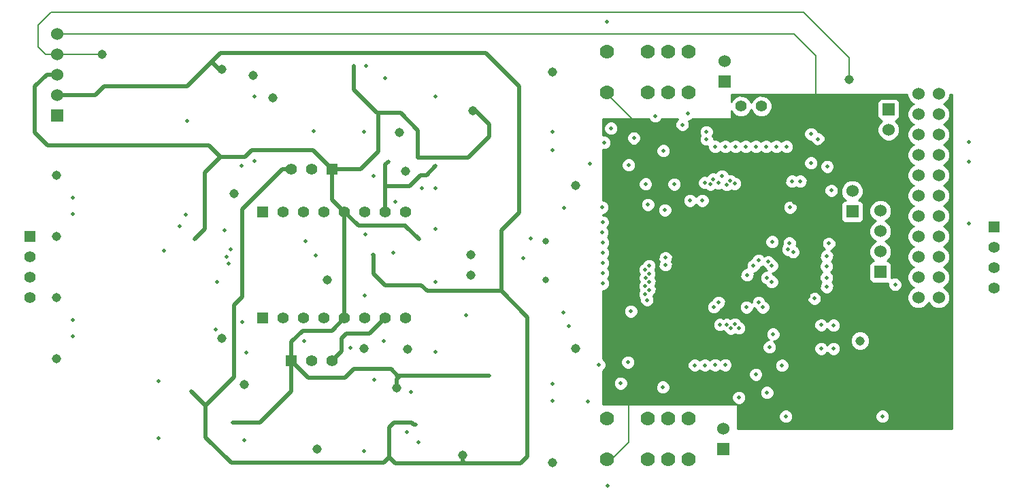
<source format=gbr>
G04 (created by PCBNEW (2013-07-07 BZR 4022)-stable) date 9/7/2014 5:26:02 PM*
%MOIN*%
G04 Gerber Fmt 3.4, Leading zero omitted, Abs format*
%FSLAX34Y34*%
G01*
G70*
G90*
G04 APERTURE LIST*
%ADD10C,0.00590551*%
%ADD11R,0.055X0.055*%
%ADD12C,0.055*%
%ADD13C,0.045*%
%ADD14R,0.06X0.06*%
%ADD15C,0.06*%
%ADD16C,0.0314961*%
%ADD17C,0.07*%
%ADD18C,0.02*%
%ADD19C,0.006*%
%ADD20C,0.02*%
%ADD21C,0.01*%
G04 APERTURE END LIST*
G54D10*
G54D11*
X72370Y-56770D03*
G54D12*
X73370Y-56770D03*
X74370Y-56770D03*
X75370Y-56770D03*
X76370Y-56770D03*
X77370Y-56770D03*
X78370Y-56770D03*
X79370Y-56770D03*
G54D11*
X72370Y-51570D03*
G54D12*
X73370Y-51570D03*
X74370Y-51570D03*
X75370Y-51570D03*
X76370Y-51570D03*
X77370Y-51570D03*
X78370Y-51570D03*
X79370Y-51570D03*
G54D11*
X60970Y-52770D03*
G54D12*
X60970Y-53770D03*
X60970Y-54770D03*
X60970Y-55770D03*
G54D11*
X108210Y-52310D03*
G54D12*
X108210Y-53310D03*
X108210Y-54310D03*
X108210Y-55310D03*
G54D11*
X97800Y-46380D03*
G54D12*
X96800Y-46380D03*
X95800Y-46380D03*
G54D11*
X75770Y-49470D03*
G54D12*
X74770Y-49470D03*
X73770Y-49470D03*
G54D11*
X73770Y-58870D03*
G54D12*
X74770Y-58870D03*
X75770Y-58870D03*
G54D13*
X70970Y-50670D03*
X82570Y-54670D03*
X82570Y-53670D03*
X79070Y-47670D03*
X77320Y-58280D03*
X70370Y-57770D03*
X62270Y-55770D03*
X62270Y-58770D03*
X62270Y-49770D03*
X62270Y-52770D03*
X79370Y-49570D03*
X79470Y-58300D03*
X87690Y-50270D03*
X86580Y-44710D03*
X86580Y-63860D03*
X87690Y-58270D03*
X72870Y-45960D03*
X71450Y-60040D03*
G54D14*
X102630Y-54520D03*
G54D15*
X102630Y-53520D03*
X102630Y-52520D03*
X102630Y-51520D03*
G54D14*
X103030Y-46540D03*
G54D15*
X103030Y-47540D03*
G54D14*
X101250Y-51550D03*
G54D15*
X101250Y-50550D03*
G54D14*
X105490Y-56770D03*
G54D15*
X104490Y-56770D03*
X105490Y-55770D03*
X104490Y-55770D03*
X105490Y-54770D03*
X104490Y-54770D03*
X105490Y-53770D03*
X104490Y-53770D03*
X105490Y-52770D03*
X104490Y-52770D03*
X105490Y-51770D03*
X104490Y-51770D03*
X105490Y-50770D03*
X104490Y-50770D03*
X105490Y-49770D03*
X104490Y-49770D03*
X105490Y-48770D03*
X104490Y-48770D03*
X105490Y-47770D03*
X104490Y-47770D03*
X105490Y-46770D03*
X104490Y-46770D03*
X105490Y-45770D03*
X104490Y-45770D03*
G54D16*
X86230Y-54920D03*
X86230Y-52999D03*
G54D17*
X89220Y-45710D03*
X91220Y-45710D03*
X92220Y-45710D03*
X93220Y-45710D03*
X93220Y-43710D03*
X92220Y-43710D03*
X91220Y-43710D03*
X89220Y-43710D03*
X89220Y-63700D03*
X91220Y-63700D03*
X92220Y-63700D03*
X93220Y-63700D03*
X93220Y-61700D03*
X92220Y-61700D03*
X91220Y-61700D03*
X89220Y-61700D03*
G54D14*
X94990Y-45180D03*
G54D15*
X94990Y-44180D03*
G54D14*
X94930Y-63200D03*
G54D15*
X94930Y-62200D03*
G54D13*
X82180Y-63490D03*
X70370Y-44560D03*
X78940Y-60200D03*
X82670Y-46610D03*
X71900Y-44870D03*
X64500Y-43840D03*
X101110Y-45060D03*
X99470Y-46170D03*
X104040Y-59400D03*
X75520Y-54910D03*
X75030Y-63190D03*
X101640Y-57890D03*
G54D14*
X62300Y-46830D03*
G54D15*
X62300Y-45830D03*
X62300Y-44830D03*
X62300Y-43830D03*
X62300Y-42830D03*
G54D18*
X90720Y-57100D03*
X91290Y-56820D03*
X98530Y-56220D03*
X91990Y-50590D03*
X98410Y-51090D03*
X99620Y-48380D03*
X99630Y-47070D03*
X96580Y-57270D03*
X90550Y-47950D03*
X88840Y-59080D03*
X70600Y-53760D03*
X89240Y-42250D03*
X70070Y-57330D03*
X70710Y-54090D03*
X89250Y-65020D03*
X96670Y-56010D03*
X78880Y-51060D03*
X78310Y-57890D03*
X96870Y-56250D03*
X99580Y-47990D03*
X94110Y-47650D03*
X100020Y-49340D03*
X94110Y-48000D03*
X74970Y-53720D03*
X99720Y-57120D03*
X100330Y-57130D03*
X74390Y-57890D03*
X92100Y-54160D03*
X91240Y-51210D03*
X92070Y-51480D03*
X92100Y-53820D03*
X100230Y-50520D03*
X103350Y-55130D03*
X96100Y-54670D03*
X94470Y-56230D03*
X94700Y-56010D03*
X85500Y-52860D03*
X74460Y-52990D03*
X89090Y-48170D03*
X71970Y-49060D03*
X71320Y-49310D03*
X88400Y-49200D03*
X92930Y-47290D03*
X93210Y-46740D03*
X102730Y-61600D03*
X97070Y-60430D03*
X97990Y-61600D03*
X87380Y-57180D03*
X91990Y-48560D03*
X106960Y-48150D03*
X106960Y-49120D03*
X106960Y-52130D03*
X100330Y-58280D03*
X99720Y-58280D03*
X91600Y-46860D03*
X88290Y-60860D03*
X89430Y-47470D03*
X99230Y-47750D03*
X99230Y-49170D03*
X98210Y-51340D03*
X98700Y-50060D03*
X100110Y-53120D03*
X99390Y-55820D03*
X96080Y-56250D03*
X97810Y-59100D03*
X95690Y-60680D03*
X91980Y-60160D03*
X90260Y-58940D03*
X89910Y-59980D03*
X91190Y-55890D03*
X90410Y-56440D03*
X92530Y-50210D03*
X91120Y-50200D03*
X90290Y-49260D03*
X87136Y-51382D03*
X98300Y-50060D03*
X85130Y-53830D03*
X87110Y-56490D03*
X97370Y-57560D03*
X97190Y-58200D03*
X80170Y-50410D03*
X80830Y-50410D03*
X86580Y-47650D03*
X86580Y-48540D03*
X79990Y-62860D03*
X82320Y-56630D03*
X86580Y-59990D03*
X86580Y-60830D03*
X80820Y-58430D03*
X79620Y-60410D03*
X80820Y-45900D03*
X80820Y-54990D03*
X80820Y-52410D03*
X78770Y-53560D03*
X77390Y-52670D03*
X77370Y-55670D03*
X76660Y-58240D03*
X77320Y-63320D03*
X79440Y-62360D03*
X77820Y-59820D03*
X67260Y-59870D03*
X67250Y-62670D03*
X71470Y-62770D03*
X71580Y-58470D03*
X77800Y-49820D03*
X77420Y-44420D03*
X77320Y-47640D03*
X71970Y-45920D03*
X63070Y-56870D03*
X63070Y-57670D03*
X63070Y-50870D03*
X63070Y-51670D03*
X71370Y-56960D03*
X67530Y-53470D03*
X68590Y-51720D03*
X68670Y-47090D03*
X98350Y-53530D03*
X100000Y-55240D03*
X97310Y-55000D03*
X99990Y-54240D03*
X97310Y-54210D03*
X96520Y-59550D03*
X94770Y-57100D03*
X98110Y-53410D03*
X98180Y-53090D03*
X97330Y-53030D03*
X91290Y-54210D03*
X88990Y-51350D03*
X89030Y-55080D03*
X91110Y-55610D03*
X89030Y-54580D03*
X91300Y-55390D03*
X89020Y-52080D03*
X91110Y-54410D03*
X88990Y-52580D03*
X91290Y-54600D03*
X89030Y-53080D03*
X91120Y-54810D03*
X89030Y-53580D03*
X91300Y-55000D03*
X89030Y-54080D03*
X91110Y-55210D03*
X93520Y-59090D03*
X95100Y-57100D03*
X94020Y-59090D03*
X95290Y-57280D03*
X94520Y-59080D03*
X95490Y-57080D03*
X95020Y-59080D03*
X95690Y-57270D03*
X99990Y-54790D03*
X97070Y-54800D03*
X100000Y-53750D03*
X97130Y-54020D03*
X96410Y-54220D03*
X96660Y-53950D03*
X93310Y-51010D03*
X93910Y-51010D03*
X98030Y-48360D03*
X95490Y-50180D03*
X97530Y-48360D03*
X95270Y-50040D03*
X97030Y-48360D03*
X95090Y-50230D03*
X96530Y-48360D03*
X94880Y-49810D03*
X96030Y-48360D03*
X94700Y-50150D03*
X95530Y-48360D03*
X94430Y-49960D03*
X95030Y-48360D03*
X94310Y-50210D03*
X94530Y-48360D03*
X94030Y-50130D03*
X70130Y-55020D03*
X70790Y-53400D03*
X70490Y-52470D03*
X68310Y-52270D03*
X74880Y-47620D03*
X78350Y-45000D03*
X79850Y-61990D03*
X80830Y-49320D03*
X78520Y-49090D03*
X71370Y-55740D03*
X68880Y-60360D03*
X78570Y-63610D03*
X85010Y-63910D03*
X77780Y-53670D03*
X78370Y-55170D03*
X84060Y-55450D03*
X84930Y-51610D03*
X68680Y-45390D03*
X83300Y-43770D03*
X83470Y-59600D03*
X71500Y-48870D03*
X80020Y-52920D03*
X76400Y-59700D03*
X70900Y-61910D03*
X69020Y-52920D03*
X76820Y-44420D03*
X79970Y-48920D03*
X83470Y-47270D03*
X83470Y-47870D03*
G54D19*
X62300Y-42830D02*
X98390Y-42830D01*
X99470Y-43910D02*
X99470Y-46170D01*
X98390Y-42830D02*
X99470Y-43910D01*
X89220Y-45710D02*
X89220Y-45780D01*
X91590Y-50190D02*
X91990Y-50590D01*
X91590Y-48150D02*
X91590Y-50190D01*
X89220Y-45780D02*
X91590Y-48150D01*
X89220Y-63700D02*
X89480Y-63700D01*
X90720Y-59760D02*
X90720Y-57100D01*
X90300Y-60180D02*
X90720Y-59760D01*
X90300Y-62880D02*
X90300Y-60180D01*
X89480Y-63700D02*
X90300Y-62880D01*
X91000Y-56820D02*
X91290Y-56820D01*
X90720Y-57100D02*
X91000Y-56820D01*
X96040Y-56730D02*
X96580Y-57270D01*
X91380Y-56730D02*
X96040Y-56730D01*
X91290Y-56820D02*
X91380Y-56730D01*
X96580Y-57270D02*
X97630Y-56220D01*
X97630Y-56220D02*
X98530Y-56220D01*
X105490Y-56770D02*
X104490Y-56770D01*
X104490Y-56770D02*
X100960Y-56770D01*
X99080Y-56770D02*
X98530Y-56220D01*
X100960Y-56770D02*
X99080Y-56770D01*
X99180Y-51860D02*
X98410Y-51090D01*
X98530Y-56220D02*
X98710Y-56220D01*
X98710Y-56220D02*
X99180Y-55750D01*
X99180Y-55750D02*
X99180Y-51860D01*
X91990Y-50590D02*
X97910Y-50590D01*
X97910Y-50590D02*
X98410Y-51090D01*
X99620Y-49880D02*
X99620Y-48380D01*
X98410Y-51090D02*
X99620Y-49880D01*
X97800Y-46380D02*
X98940Y-46380D01*
X98940Y-46380D02*
X99630Y-47070D01*
X99990Y-48010D02*
X99620Y-48380D01*
X99630Y-47070D02*
X99990Y-47430D01*
X99990Y-47430D02*
X99990Y-48010D01*
X64500Y-43840D02*
X62310Y-43840D01*
X62310Y-43840D02*
X62300Y-43830D01*
X62300Y-43830D02*
X61730Y-43830D01*
X101110Y-44010D02*
X101110Y-45060D01*
X98870Y-41770D02*
X101110Y-44010D01*
X62000Y-41770D02*
X98870Y-41770D01*
X61380Y-42390D02*
X62000Y-41770D01*
X61380Y-43480D02*
X61380Y-42390D01*
X61730Y-43830D02*
X61380Y-43480D01*
G54D20*
X62300Y-45830D02*
X64160Y-45830D01*
X64600Y-45390D02*
X68680Y-45390D01*
X64160Y-45830D02*
X64600Y-45390D01*
X70370Y-44560D02*
X70230Y-44560D01*
X70230Y-44560D02*
X69870Y-44200D01*
X82180Y-63490D02*
X82180Y-63790D01*
X82180Y-63790D02*
X82300Y-63910D01*
X78570Y-63610D02*
X78870Y-63910D01*
X78870Y-63910D02*
X82300Y-63910D01*
X82300Y-63910D02*
X85010Y-63910D01*
X79660Y-61900D02*
X78800Y-61900D01*
X79750Y-61990D02*
X79660Y-61900D01*
X79850Y-61990D02*
X79750Y-61990D01*
X78800Y-61900D02*
X78570Y-62130D01*
X78570Y-62130D02*
X78570Y-63610D01*
X71370Y-55740D02*
X71370Y-51440D01*
X73340Y-49470D02*
X73770Y-49470D01*
X71370Y-51440D02*
X73340Y-49470D01*
X78370Y-50290D02*
X79570Y-50290D01*
X80390Y-49760D02*
X80830Y-49320D01*
X80100Y-49760D02*
X80390Y-49760D01*
X79570Y-50290D02*
X80100Y-49760D01*
X78370Y-49240D02*
X78370Y-50290D01*
X78370Y-50290D02*
X78370Y-51570D01*
X78520Y-49090D02*
X78370Y-49240D01*
X75770Y-58870D02*
X76220Y-58420D01*
X77610Y-57530D02*
X78370Y-56770D01*
X76450Y-57530D02*
X77610Y-57530D01*
X76220Y-57760D02*
X76450Y-57530D01*
X76220Y-58420D02*
X76220Y-57760D01*
X70960Y-59680D02*
X69580Y-61060D01*
X70960Y-56150D02*
X70960Y-59680D01*
X71370Y-55740D02*
X70960Y-56150D01*
X68880Y-60360D02*
X69580Y-61060D01*
X78300Y-63880D02*
X78570Y-63610D01*
X69580Y-61060D02*
X69580Y-62630D01*
X69580Y-62630D02*
X70830Y-63880D01*
X70830Y-63880D02*
X78300Y-63880D01*
X84060Y-55450D02*
X85340Y-56730D01*
X85340Y-56730D02*
X85340Y-63580D01*
X85340Y-63580D02*
X85010Y-63910D01*
X77790Y-54590D02*
X78370Y-55170D01*
X77790Y-53680D02*
X77790Y-54590D01*
X77780Y-53670D02*
X77790Y-53680D01*
X80420Y-55450D02*
X84060Y-55450D01*
X78370Y-55170D02*
X80140Y-55170D01*
X80140Y-55170D02*
X80420Y-55450D01*
X84060Y-52480D02*
X84930Y-51610D01*
X84060Y-55450D02*
X84060Y-52480D01*
X84930Y-45400D02*
X83300Y-43770D01*
X84930Y-51610D02*
X84930Y-45400D01*
X70300Y-43770D02*
X69870Y-44200D01*
X69870Y-44200D02*
X68680Y-45390D01*
X83300Y-43770D02*
X70300Y-43770D01*
X62300Y-44830D02*
X61790Y-44830D01*
X69730Y-48310D02*
X70290Y-48870D01*
X61830Y-48310D02*
X69730Y-48310D01*
X61200Y-47680D02*
X61830Y-48310D01*
X61200Y-45420D02*
X61200Y-47680D01*
X61790Y-44830D02*
X61200Y-45420D01*
X82670Y-46610D02*
X82810Y-46610D01*
X82810Y-46610D02*
X83470Y-47270D01*
X78940Y-60200D02*
X78940Y-59770D01*
X78940Y-59770D02*
X79110Y-59600D01*
X79840Y-59600D02*
X79110Y-59600D01*
X79110Y-59600D02*
X78980Y-59600D01*
X79840Y-59600D02*
X80930Y-59600D01*
X83470Y-59600D02*
X80930Y-59600D01*
X76830Y-59270D02*
X76400Y-59700D01*
X78650Y-59270D02*
X76830Y-59270D01*
X78980Y-59600D02*
X78650Y-59270D01*
X71500Y-48870D02*
X70290Y-48870D01*
X70290Y-48870D02*
X69530Y-49630D01*
X74840Y-48540D02*
X75770Y-49470D01*
X71830Y-48540D02*
X74840Y-48540D01*
X71500Y-48870D02*
X71830Y-48540D01*
X75770Y-49470D02*
X77170Y-49470D01*
X77170Y-49470D02*
X78040Y-48600D01*
X78040Y-48600D02*
X78040Y-46720D01*
X76370Y-51570D02*
X77050Y-52250D01*
X80020Y-52920D02*
X79370Y-52270D01*
X79350Y-52250D02*
X79370Y-52270D01*
X77050Y-52250D02*
X79350Y-52250D01*
X73770Y-58870D02*
X73770Y-57940D01*
X75750Y-57390D02*
X76370Y-56770D01*
X74320Y-57390D02*
X75750Y-57390D01*
X73770Y-57940D02*
X74320Y-57390D01*
X74600Y-59700D02*
X73770Y-58870D01*
X76400Y-59700D02*
X74600Y-59700D01*
X70900Y-61910D02*
X72230Y-61910D01*
X72230Y-61910D02*
X73770Y-60370D01*
X73770Y-60370D02*
X73770Y-58870D01*
X69020Y-52920D02*
X69530Y-52410D01*
X69530Y-52410D02*
X69530Y-49630D01*
X76370Y-51570D02*
X76370Y-56770D01*
X76820Y-44420D02*
X76820Y-45570D01*
X76820Y-45570D02*
X77970Y-46720D01*
X77970Y-46720D02*
X78040Y-46720D01*
X79970Y-47570D02*
X79970Y-48920D01*
X78040Y-46720D02*
X79120Y-46720D01*
X79120Y-46720D02*
X79970Y-47570D01*
X76370Y-51570D02*
X75770Y-50970D01*
X75770Y-50970D02*
X75770Y-49470D01*
X82420Y-48920D02*
X83470Y-47870D01*
X79970Y-48920D02*
X82420Y-48920D01*
X83470Y-47270D02*
X83470Y-47870D01*
G54D10*
G36*
X106120Y-62220D02*
X103700Y-62220D01*
X103700Y-55060D01*
X103646Y-54932D01*
X103580Y-54865D01*
X103580Y-47431D01*
X103496Y-47228D01*
X103357Y-47090D01*
X103379Y-47090D01*
X103471Y-47052D01*
X103541Y-46981D01*
X103579Y-46889D01*
X103580Y-46790D01*
X103580Y-46190D01*
X103542Y-46098D01*
X103471Y-46028D01*
X103379Y-45990D01*
X103280Y-45989D01*
X102680Y-45989D01*
X102588Y-46027D01*
X102518Y-46098D01*
X102480Y-46190D01*
X102479Y-46289D01*
X102479Y-46889D01*
X102517Y-46981D01*
X102588Y-47051D01*
X102680Y-47089D01*
X102702Y-47089D01*
X102564Y-47228D01*
X102480Y-47430D01*
X102479Y-47648D01*
X102563Y-47851D01*
X102718Y-48005D01*
X102920Y-48089D01*
X103138Y-48090D01*
X103341Y-48006D01*
X103495Y-47851D01*
X103579Y-47649D01*
X103580Y-47431D01*
X103580Y-54865D01*
X103548Y-54833D01*
X103419Y-54780D01*
X103280Y-54779D01*
X103179Y-54821D01*
X103180Y-54770D01*
X103180Y-54170D01*
X103142Y-54078D01*
X103071Y-54008D01*
X102979Y-53970D01*
X102957Y-53970D01*
X103095Y-53831D01*
X103179Y-53629D01*
X103180Y-53411D01*
X103096Y-53208D01*
X102941Y-53054D01*
X102860Y-53020D01*
X102941Y-52986D01*
X103095Y-52831D01*
X103179Y-52629D01*
X103180Y-52411D01*
X103096Y-52208D01*
X102941Y-52054D01*
X102860Y-52020D01*
X102941Y-51986D01*
X103095Y-51831D01*
X103179Y-51629D01*
X103180Y-51411D01*
X103096Y-51208D01*
X102941Y-51054D01*
X102739Y-50970D01*
X102521Y-50969D01*
X102318Y-51053D01*
X102164Y-51208D01*
X102080Y-51410D01*
X102079Y-51628D01*
X102163Y-51831D01*
X102318Y-51985D01*
X102399Y-52019D01*
X102318Y-52053D01*
X102164Y-52208D01*
X102080Y-52410D01*
X102079Y-52628D01*
X102163Y-52831D01*
X102318Y-52985D01*
X102399Y-53019D01*
X102318Y-53053D01*
X102164Y-53208D01*
X102080Y-53410D01*
X102079Y-53628D01*
X102163Y-53831D01*
X102302Y-53969D01*
X102280Y-53969D01*
X102188Y-54007D01*
X102118Y-54078D01*
X102080Y-54170D01*
X102079Y-54269D01*
X102079Y-54869D01*
X102117Y-54961D01*
X102188Y-55031D01*
X102280Y-55069D01*
X102379Y-55070D01*
X102979Y-55070D01*
X103000Y-55061D01*
X102999Y-55199D01*
X103053Y-55328D01*
X103151Y-55426D01*
X103280Y-55479D01*
X103419Y-55480D01*
X103548Y-55426D01*
X103646Y-55328D01*
X103699Y-55199D01*
X103700Y-55060D01*
X103700Y-62220D01*
X103080Y-62220D01*
X103080Y-61530D01*
X103026Y-61402D01*
X102928Y-61303D01*
X102799Y-61250D01*
X102660Y-61249D01*
X102532Y-61303D01*
X102433Y-61401D01*
X102380Y-61530D01*
X102379Y-61669D01*
X102433Y-61798D01*
X102531Y-61896D01*
X102660Y-61949D01*
X102799Y-61950D01*
X102928Y-61896D01*
X103026Y-61798D01*
X103079Y-61669D01*
X103080Y-61530D01*
X103080Y-62220D01*
X102115Y-62220D01*
X102115Y-57795D01*
X102042Y-57621D01*
X101909Y-57487D01*
X101800Y-57442D01*
X101800Y-50441D01*
X101716Y-50238D01*
X101561Y-50084D01*
X101359Y-50000D01*
X101141Y-49999D01*
X100938Y-50083D01*
X100784Y-50238D01*
X100700Y-50440D01*
X100699Y-50658D01*
X100783Y-50861D01*
X100922Y-50999D01*
X100900Y-50999D01*
X100808Y-51037D01*
X100738Y-51108D01*
X100700Y-51200D01*
X100699Y-51299D01*
X100699Y-51899D01*
X100737Y-51991D01*
X100808Y-52061D01*
X100900Y-52099D01*
X100999Y-52100D01*
X101599Y-52100D01*
X101691Y-52062D01*
X101761Y-51991D01*
X101799Y-51899D01*
X101800Y-51800D01*
X101800Y-51200D01*
X101762Y-51108D01*
X101691Y-51038D01*
X101599Y-51000D01*
X101577Y-51000D01*
X101715Y-50861D01*
X101799Y-50659D01*
X101800Y-50441D01*
X101800Y-57442D01*
X101734Y-57415D01*
X101545Y-57414D01*
X101371Y-57487D01*
X101237Y-57620D01*
X101165Y-57795D01*
X101164Y-57984D01*
X101237Y-58158D01*
X101370Y-58292D01*
X101545Y-58364D01*
X101734Y-58365D01*
X101908Y-58292D01*
X102042Y-58159D01*
X102114Y-57984D01*
X102115Y-57795D01*
X102115Y-62220D01*
X100680Y-62220D01*
X100680Y-58210D01*
X100680Y-57060D01*
X100626Y-56932D01*
X100580Y-56885D01*
X100580Y-50450D01*
X100526Y-50322D01*
X100428Y-50223D01*
X100370Y-50199D01*
X100370Y-49270D01*
X100316Y-49142D01*
X100218Y-49043D01*
X100089Y-48990D01*
X99950Y-48989D01*
X99930Y-48998D01*
X99930Y-47920D01*
X99876Y-47792D01*
X99778Y-47693D01*
X99649Y-47640D01*
X99563Y-47639D01*
X99526Y-47552D01*
X99428Y-47453D01*
X99299Y-47400D01*
X99160Y-47399D01*
X99032Y-47453D01*
X98933Y-47551D01*
X98880Y-47680D01*
X98879Y-47819D01*
X98933Y-47948D01*
X99031Y-48046D01*
X99160Y-48099D01*
X99246Y-48100D01*
X99283Y-48188D01*
X99381Y-48286D01*
X99510Y-48339D01*
X99649Y-48340D01*
X99778Y-48286D01*
X99876Y-48188D01*
X99929Y-48059D01*
X99930Y-47920D01*
X99930Y-48998D01*
X99822Y-49043D01*
X99723Y-49141D01*
X99670Y-49270D01*
X99669Y-49409D01*
X99723Y-49538D01*
X99821Y-49636D01*
X99950Y-49689D01*
X100089Y-49690D01*
X100218Y-49636D01*
X100316Y-49538D01*
X100369Y-49409D01*
X100370Y-49270D01*
X100370Y-50199D01*
X100299Y-50170D01*
X100160Y-50169D01*
X100032Y-50223D01*
X99933Y-50321D01*
X99880Y-50450D01*
X99879Y-50589D01*
X99933Y-50718D01*
X100031Y-50816D01*
X100160Y-50869D01*
X100299Y-50870D01*
X100428Y-50816D01*
X100526Y-50718D01*
X100579Y-50589D01*
X100580Y-50450D01*
X100580Y-56885D01*
X100528Y-56833D01*
X100460Y-56805D01*
X100460Y-53050D01*
X100406Y-52922D01*
X100308Y-52823D01*
X100179Y-52770D01*
X100040Y-52769D01*
X99912Y-52823D01*
X99813Y-52921D01*
X99760Y-53050D01*
X99759Y-53189D01*
X99813Y-53318D01*
X99905Y-53410D01*
X99802Y-53453D01*
X99703Y-53551D01*
X99650Y-53680D01*
X99649Y-53819D01*
X99703Y-53948D01*
X99745Y-53989D01*
X99693Y-54041D01*
X99640Y-54170D01*
X99639Y-54309D01*
X99693Y-54438D01*
X99770Y-54515D01*
X99693Y-54591D01*
X99640Y-54720D01*
X99639Y-54859D01*
X99693Y-54988D01*
X99725Y-55019D01*
X99703Y-55041D01*
X99650Y-55170D01*
X99649Y-55309D01*
X99703Y-55438D01*
X99801Y-55536D01*
X99930Y-55589D01*
X100069Y-55590D01*
X100198Y-55536D01*
X100296Y-55438D01*
X100349Y-55309D01*
X100350Y-55170D01*
X100296Y-55042D01*
X100264Y-55010D01*
X100286Y-54988D01*
X100339Y-54859D01*
X100340Y-54720D01*
X100286Y-54592D01*
X100209Y-54514D01*
X100286Y-54438D01*
X100339Y-54309D01*
X100340Y-54170D01*
X100286Y-54042D01*
X100244Y-54000D01*
X100296Y-53948D01*
X100349Y-53819D01*
X100350Y-53680D01*
X100296Y-53552D01*
X100204Y-53459D01*
X100308Y-53416D01*
X100406Y-53318D01*
X100459Y-53189D01*
X100460Y-53050D01*
X100460Y-56805D01*
X100399Y-56780D01*
X100260Y-56779D01*
X100132Y-56833D01*
X100033Y-56931D01*
X100027Y-56946D01*
X100016Y-56922D01*
X99918Y-56823D01*
X99789Y-56770D01*
X99740Y-56770D01*
X99740Y-55750D01*
X99686Y-55622D01*
X99588Y-55523D01*
X99580Y-55519D01*
X99580Y-49100D01*
X99526Y-48972D01*
X99428Y-48873D01*
X99299Y-48820D01*
X99160Y-48819D01*
X99032Y-48873D01*
X98933Y-48971D01*
X98880Y-49100D01*
X98879Y-49239D01*
X98933Y-49368D01*
X99031Y-49466D01*
X99160Y-49519D01*
X99299Y-49520D01*
X99428Y-49466D01*
X99526Y-49368D01*
X99579Y-49239D01*
X99580Y-49100D01*
X99580Y-55519D01*
X99459Y-55470D01*
X99320Y-55469D01*
X99192Y-55523D01*
X99093Y-55621D01*
X99050Y-55725D01*
X99050Y-49990D01*
X98996Y-49862D01*
X98898Y-49763D01*
X98769Y-49710D01*
X98630Y-49709D01*
X98502Y-49763D01*
X98500Y-49765D01*
X98498Y-49763D01*
X98380Y-49714D01*
X98380Y-48290D01*
X98326Y-48162D01*
X98228Y-48063D01*
X98099Y-48010D01*
X97960Y-48009D01*
X97832Y-48063D01*
X97779Y-48115D01*
X97728Y-48063D01*
X97599Y-48010D01*
X97460Y-48009D01*
X97332Y-48063D01*
X97279Y-48115D01*
X97228Y-48063D01*
X97099Y-48010D01*
X96960Y-48009D01*
X96832Y-48063D01*
X96779Y-48115D01*
X96728Y-48063D01*
X96599Y-48010D01*
X96460Y-48009D01*
X96332Y-48063D01*
X96279Y-48115D01*
X96228Y-48063D01*
X96099Y-48010D01*
X95960Y-48009D01*
X95832Y-48063D01*
X95779Y-48115D01*
X95728Y-48063D01*
X95599Y-48010D01*
X95460Y-48009D01*
X95332Y-48063D01*
X95279Y-48115D01*
X95228Y-48063D01*
X95099Y-48010D01*
X94960Y-48009D01*
X94832Y-48063D01*
X94779Y-48115D01*
X94728Y-48063D01*
X94599Y-48010D01*
X94460Y-48009D01*
X94459Y-48010D01*
X94460Y-47930D01*
X94416Y-47824D01*
X94459Y-47719D01*
X94460Y-47580D01*
X94406Y-47452D01*
X94308Y-47353D01*
X94179Y-47300D01*
X94040Y-47299D01*
X93912Y-47353D01*
X93813Y-47451D01*
X93760Y-47580D01*
X93759Y-47719D01*
X93803Y-47825D01*
X93760Y-47930D01*
X93759Y-48069D01*
X93813Y-48198D01*
X93911Y-48296D01*
X94040Y-48349D01*
X94179Y-48350D01*
X94180Y-48349D01*
X94179Y-48429D01*
X94233Y-48558D01*
X94331Y-48656D01*
X94460Y-48709D01*
X94599Y-48710D01*
X94728Y-48656D01*
X94780Y-48604D01*
X94831Y-48656D01*
X94960Y-48709D01*
X95099Y-48710D01*
X95228Y-48656D01*
X95280Y-48604D01*
X95331Y-48656D01*
X95460Y-48709D01*
X95599Y-48710D01*
X95728Y-48656D01*
X95780Y-48604D01*
X95831Y-48656D01*
X95960Y-48709D01*
X96099Y-48710D01*
X96228Y-48656D01*
X96280Y-48604D01*
X96331Y-48656D01*
X96460Y-48709D01*
X96599Y-48710D01*
X96728Y-48656D01*
X96780Y-48604D01*
X96831Y-48656D01*
X96960Y-48709D01*
X97099Y-48710D01*
X97228Y-48656D01*
X97280Y-48604D01*
X97331Y-48656D01*
X97460Y-48709D01*
X97599Y-48710D01*
X97728Y-48656D01*
X97780Y-48604D01*
X97831Y-48656D01*
X97960Y-48709D01*
X98099Y-48710D01*
X98228Y-48656D01*
X98326Y-48558D01*
X98379Y-48429D01*
X98380Y-48290D01*
X98380Y-49714D01*
X98369Y-49710D01*
X98230Y-49709D01*
X98102Y-49763D01*
X98003Y-49861D01*
X97950Y-49990D01*
X97949Y-50129D01*
X98003Y-50258D01*
X98101Y-50356D01*
X98230Y-50409D01*
X98369Y-50410D01*
X98498Y-50356D01*
X98499Y-50354D01*
X98501Y-50356D01*
X98630Y-50409D01*
X98769Y-50410D01*
X98898Y-50356D01*
X98996Y-50258D01*
X99049Y-50129D01*
X99050Y-49990D01*
X99050Y-55725D01*
X99040Y-55750D01*
X99039Y-55889D01*
X99093Y-56018D01*
X99191Y-56116D01*
X99320Y-56169D01*
X99459Y-56170D01*
X99588Y-56116D01*
X99686Y-56018D01*
X99739Y-55889D01*
X99740Y-55750D01*
X99740Y-56770D01*
X99650Y-56769D01*
X99522Y-56823D01*
X99423Y-56921D01*
X99370Y-57050D01*
X99369Y-57189D01*
X99423Y-57318D01*
X99521Y-57416D01*
X99650Y-57469D01*
X99789Y-57470D01*
X99918Y-57416D01*
X100016Y-57318D01*
X100022Y-57303D01*
X100033Y-57328D01*
X100131Y-57426D01*
X100260Y-57479D01*
X100399Y-57480D01*
X100528Y-57426D01*
X100626Y-57328D01*
X100679Y-57199D01*
X100680Y-57060D01*
X100680Y-58210D01*
X100626Y-58082D01*
X100528Y-57983D01*
X100399Y-57930D01*
X100260Y-57929D01*
X100132Y-57983D01*
X100033Y-58081D01*
X100025Y-58101D01*
X100016Y-58082D01*
X99918Y-57983D01*
X99789Y-57930D01*
X99650Y-57929D01*
X99522Y-57983D01*
X99423Y-58081D01*
X99370Y-58210D01*
X99369Y-58349D01*
X99423Y-58478D01*
X99521Y-58576D01*
X99650Y-58629D01*
X99789Y-58630D01*
X99918Y-58576D01*
X100016Y-58478D01*
X100024Y-58458D01*
X100033Y-58478D01*
X100131Y-58576D01*
X100260Y-58629D01*
X100399Y-58630D01*
X100528Y-58576D01*
X100626Y-58478D01*
X100679Y-58349D01*
X100680Y-58210D01*
X100680Y-62220D01*
X98700Y-62220D01*
X98700Y-53460D01*
X98646Y-53332D01*
X98560Y-53245D01*
X98560Y-51270D01*
X98506Y-51142D01*
X98408Y-51043D01*
X98279Y-50990D01*
X98140Y-50989D01*
X98012Y-51043D01*
X97913Y-51141D01*
X97860Y-51270D01*
X97859Y-51409D01*
X97913Y-51538D01*
X98011Y-51636D01*
X98140Y-51689D01*
X98279Y-51690D01*
X98408Y-51636D01*
X98506Y-51538D01*
X98559Y-51409D01*
X98560Y-51270D01*
X98560Y-53245D01*
X98548Y-53233D01*
X98506Y-53216D01*
X98529Y-53159D01*
X98530Y-53020D01*
X98476Y-52892D01*
X98378Y-52793D01*
X98249Y-52740D01*
X98110Y-52739D01*
X97982Y-52793D01*
X97883Y-52891D01*
X97830Y-53020D01*
X97829Y-53159D01*
X97840Y-53184D01*
X97813Y-53211D01*
X97760Y-53340D01*
X97759Y-53479D01*
X97813Y-53608D01*
X97911Y-53706D01*
X98040Y-53759D01*
X98085Y-53759D01*
X98151Y-53826D01*
X98280Y-53879D01*
X98419Y-53880D01*
X98548Y-53826D01*
X98646Y-53728D01*
X98699Y-53599D01*
X98700Y-53460D01*
X98700Y-62220D01*
X98340Y-62220D01*
X98340Y-61530D01*
X98286Y-61402D01*
X98188Y-61303D01*
X98160Y-61291D01*
X98160Y-59030D01*
X98106Y-58902D01*
X98008Y-58803D01*
X97879Y-58750D01*
X97740Y-58749D01*
X97720Y-58758D01*
X97720Y-57490D01*
X97680Y-57393D01*
X97680Y-52960D01*
X97626Y-52832D01*
X97528Y-52733D01*
X97399Y-52680D01*
X97260Y-52679D01*
X97132Y-52733D01*
X97033Y-52831D01*
X96980Y-52960D01*
X96979Y-53099D01*
X97033Y-53228D01*
X97131Y-53326D01*
X97260Y-53379D01*
X97399Y-53380D01*
X97528Y-53326D01*
X97626Y-53228D01*
X97679Y-53099D01*
X97680Y-52960D01*
X97680Y-57393D01*
X97666Y-57362D01*
X97660Y-57355D01*
X97660Y-54930D01*
X97606Y-54802D01*
X97508Y-54703D01*
X97388Y-54653D01*
X97366Y-54602D01*
X97324Y-54560D01*
X97379Y-54560D01*
X97508Y-54506D01*
X97606Y-54408D01*
X97659Y-54279D01*
X97660Y-54140D01*
X97606Y-54012D01*
X97508Y-53913D01*
X97455Y-53891D01*
X97426Y-53822D01*
X97328Y-53723D01*
X97199Y-53670D01*
X97060Y-53669D01*
X96932Y-53723D01*
X96930Y-53725D01*
X96858Y-53653D01*
X96729Y-53600D01*
X96590Y-53599D01*
X96462Y-53653D01*
X96363Y-53751D01*
X96310Y-53880D01*
X96310Y-53882D01*
X96212Y-53923D01*
X96113Y-54021D01*
X96060Y-54150D01*
X96059Y-54289D01*
X96072Y-54319D01*
X96030Y-54319D01*
X95902Y-54373D01*
X95840Y-54434D01*
X95840Y-50110D01*
X95786Y-49982D01*
X95688Y-49883D01*
X95559Y-49830D01*
X95554Y-49830D01*
X95468Y-49743D01*
X95339Y-49690D01*
X95209Y-49689D01*
X95176Y-49612D01*
X95078Y-49513D01*
X94949Y-49460D01*
X94810Y-49459D01*
X94682Y-49513D01*
X94583Y-49611D01*
X94571Y-49639D01*
X94499Y-49610D01*
X94360Y-49609D01*
X94232Y-49663D01*
X94133Y-49761D01*
X94121Y-49789D01*
X94099Y-49780D01*
X93960Y-49779D01*
X93832Y-49833D01*
X93733Y-49931D01*
X93680Y-50060D01*
X93679Y-50199D01*
X93733Y-50328D01*
X93831Y-50426D01*
X93960Y-50479D01*
X94085Y-50480D01*
X94111Y-50506D01*
X94240Y-50559D01*
X94379Y-50560D01*
X94508Y-50506D01*
X94548Y-50466D01*
X94630Y-50499D01*
X94769Y-50500D01*
X94837Y-50472D01*
X94891Y-50526D01*
X95020Y-50579D01*
X95159Y-50580D01*
X95288Y-50526D01*
X95324Y-50490D01*
X95420Y-50529D01*
X95559Y-50530D01*
X95688Y-50476D01*
X95786Y-50378D01*
X95839Y-50249D01*
X95840Y-50110D01*
X95840Y-54434D01*
X95803Y-54471D01*
X95750Y-54600D01*
X95749Y-54739D01*
X95803Y-54868D01*
X95901Y-54966D01*
X96030Y-55019D01*
X96169Y-55020D01*
X96298Y-54966D01*
X96396Y-54868D01*
X96449Y-54739D01*
X96450Y-54600D01*
X96437Y-54570D01*
X96479Y-54570D01*
X96608Y-54516D01*
X96706Y-54418D01*
X96759Y-54289D01*
X96759Y-54287D01*
X96858Y-54246D01*
X96859Y-54244D01*
X96931Y-54316D01*
X96984Y-54338D01*
X97013Y-54408D01*
X97055Y-54449D01*
X97000Y-54449D01*
X96872Y-54503D01*
X96773Y-54601D01*
X96720Y-54730D01*
X96719Y-54869D01*
X96773Y-54998D01*
X96871Y-55096D01*
X96991Y-55146D01*
X97013Y-55198D01*
X97111Y-55296D01*
X97240Y-55349D01*
X97379Y-55350D01*
X97508Y-55296D01*
X97606Y-55198D01*
X97659Y-55069D01*
X97660Y-54930D01*
X97660Y-57355D01*
X97568Y-57263D01*
X97439Y-57210D01*
X97300Y-57209D01*
X97220Y-57243D01*
X97220Y-56180D01*
X97166Y-56052D01*
X97068Y-55953D01*
X97016Y-55931D01*
X96966Y-55812D01*
X96868Y-55713D01*
X96739Y-55660D01*
X96600Y-55659D01*
X96472Y-55713D01*
X96373Y-55811D01*
X96320Y-55940D01*
X96320Y-55995D01*
X96278Y-55953D01*
X96149Y-55900D01*
X96010Y-55899D01*
X95882Y-55953D01*
X95783Y-56051D01*
X95730Y-56180D01*
X95729Y-56319D01*
X95783Y-56448D01*
X95881Y-56546D01*
X96010Y-56599D01*
X96149Y-56600D01*
X96278Y-56546D01*
X96376Y-56448D01*
X96429Y-56319D01*
X96429Y-56264D01*
X96471Y-56306D01*
X96523Y-56328D01*
X96573Y-56448D01*
X96671Y-56546D01*
X96800Y-56599D01*
X96939Y-56600D01*
X97068Y-56546D01*
X97166Y-56448D01*
X97219Y-56319D01*
X97220Y-56180D01*
X97220Y-57243D01*
X97172Y-57263D01*
X97073Y-57361D01*
X97020Y-57490D01*
X97019Y-57629D01*
X97073Y-57758D01*
X97164Y-57849D01*
X97120Y-57849D01*
X96992Y-57903D01*
X96893Y-58001D01*
X96840Y-58130D01*
X96839Y-58269D01*
X96893Y-58398D01*
X96991Y-58496D01*
X97120Y-58549D01*
X97259Y-58550D01*
X97388Y-58496D01*
X97486Y-58398D01*
X97539Y-58269D01*
X97540Y-58130D01*
X97486Y-58002D01*
X97395Y-57910D01*
X97439Y-57910D01*
X97568Y-57856D01*
X97666Y-57758D01*
X97719Y-57629D01*
X97720Y-57490D01*
X97720Y-58758D01*
X97612Y-58803D01*
X97513Y-58901D01*
X97460Y-59030D01*
X97459Y-59169D01*
X97513Y-59298D01*
X97611Y-59396D01*
X97740Y-59449D01*
X97879Y-59450D01*
X98008Y-59396D01*
X98106Y-59298D01*
X98159Y-59169D01*
X98160Y-59030D01*
X98160Y-61291D01*
X98059Y-61250D01*
X97920Y-61249D01*
X97792Y-61303D01*
X97693Y-61401D01*
X97640Y-61530D01*
X97639Y-61669D01*
X97693Y-61798D01*
X97791Y-61896D01*
X97920Y-61949D01*
X98059Y-61950D01*
X98188Y-61896D01*
X98286Y-61798D01*
X98339Y-61669D01*
X98340Y-61530D01*
X98340Y-62220D01*
X97420Y-62220D01*
X97420Y-60360D01*
X97366Y-60232D01*
X97268Y-60133D01*
X97139Y-60080D01*
X97000Y-60079D01*
X96872Y-60133D01*
X96870Y-60135D01*
X96870Y-59480D01*
X96816Y-59352D01*
X96718Y-59253D01*
X96589Y-59200D01*
X96450Y-59199D01*
X96322Y-59253D01*
X96223Y-59351D01*
X96170Y-59480D01*
X96169Y-59619D01*
X96223Y-59748D01*
X96321Y-59846D01*
X96450Y-59899D01*
X96589Y-59900D01*
X96718Y-59846D01*
X96816Y-59748D01*
X96869Y-59619D01*
X96870Y-59480D01*
X96870Y-60135D01*
X96773Y-60231D01*
X96720Y-60360D01*
X96719Y-60499D01*
X96773Y-60628D01*
X96871Y-60726D01*
X97000Y-60779D01*
X97139Y-60780D01*
X97268Y-60726D01*
X97366Y-60628D01*
X97419Y-60499D01*
X97420Y-60360D01*
X97420Y-62220D01*
X95620Y-62220D01*
X95620Y-61029D01*
X95620Y-61029D01*
X95759Y-61030D01*
X95888Y-60976D01*
X95986Y-60878D01*
X96039Y-60749D01*
X96040Y-60610D01*
X96040Y-57200D01*
X95986Y-57072D01*
X95888Y-56973D01*
X95811Y-56941D01*
X95786Y-56882D01*
X95688Y-56783D01*
X95559Y-56730D01*
X95420Y-56729D01*
X95292Y-56783D01*
X95279Y-56795D01*
X95169Y-56750D01*
X95050Y-56749D01*
X95050Y-55940D01*
X94996Y-55812D01*
X94898Y-55713D01*
X94769Y-55660D01*
X94630Y-55659D01*
X94502Y-55713D01*
X94403Y-55811D01*
X94369Y-55892D01*
X94272Y-55933D01*
X94260Y-55945D01*
X94260Y-50940D01*
X94206Y-50812D01*
X94108Y-50713D01*
X93979Y-50660D01*
X93840Y-50659D01*
X93712Y-50713D01*
X93613Y-50811D01*
X93610Y-50819D01*
X93606Y-50812D01*
X93508Y-50713D01*
X93379Y-50660D01*
X93240Y-50659D01*
X93112Y-50713D01*
X93013Y-50811D01*
X92960Y-50940D01*
X92959Y-51079D01*
X93013Y-51208D01*
X93111Y-51306D01*
X93240Y-51359D01*
X93379Y-51360D01*
X93508Y-51306D01*
X93606Y-51208D01*
X93609Y-51200D01*
X93613Y-51208D01*
X93711Y-51306D01*
X93840Y-51359D01*
X93979Y-51360D01*
X94108Y-51306D01*
X94206Y-51208D01*
X94259Y-51079D01*
X94260Y-50940D01*
X94260Y-55945D01*
X94173Y-56031D01*
X94120Y-56160D01*
X94119Y-56299D01*
X94173Y-56428D01*
X94271Y-56526D01*
X94400Y-56579D01*
X94539Y-56580D01*
X94668Y-56526D01*
X94766Y-56428D01*
X94800Y-56347D01*
X94898Y-56306D01*
X94996Y-56208D01*
X95049Y-56079D01*
X95050Y-55940D01*
X95050Y-56749D01*
X95030Y-56749D01*
X94934Y-56789D01*
X94839Y-56750D01*
X94700Y-56749D01*
X94572Y-56803D01*
X94473Y-56901D01*
X94420Y-57030D01*
X94419Y-57169D01*
X94473Y-57298D01*
X94571Y-57396D01*
X94700Y-57449D01*
X94839Y-57450D01*
X94935Y-57410D01*
X94971Y-57425D01*
X94993Y-57478D01*
X95091Y-57576D01*
X95220Y-57629D01*
X95359Y-57630D01*
X95488Y-57576D01*
X95496Y-57568D01*
X95620Y-57619D01*
X95759Y-57620D01*
X95888Y-57566D01*
X95986Y-57468D01*
X96039Y-57339D01*
X96040Y-57200D01*
X96040Y-60610D01*
X95986Y-60482D01*
X95888Y-60383D01*
X95759Y-60330D01*
X95620Y-60329D01*
X95492Y-60383D01*
X95393Y-60481D01*
X95370Y-60537D01*
X95370Y-59010D01*
X95316Y-58882D01*
X95218Y-58783D01*
X95089Y-58730D01*
X94950Y-58729D01*
X94822Y-58783D01*
X94769Y-58835D01*
X94718Y-58783D01*
X94589Y-58730D01*
X94450Y-58729D01*
X94322Y-58783D01*
X94264Y-58840D01*
X94218Y-58793D01*
X94089Y-58740D01*
X93950Y-58739D01*
X93822Y-58793D01*
X93769Y-58845D01*
X93718Y-58793D01*
X93589Y-58740D01*
X93450Y-58739D01*
X93322Y-58793D01*
X93223Y-58891D01*
X93170Y-59020D01*
X93169Y-59159D01*
X93223Y-59288D01*
X93321Y-59386D01*
X93450Y-59439D01*
X93589Y-59440D01*
X93718Y-59386D01*
X93770Y-59334D01*
X93821Y-59386D01*
X93950Y-59439D01*
X94089Y-59440D01*
X94218Y-59386D01*
X94275Y-59329D01*
X94321Y-59376D01*
X94450Y-59429D01*
X94589Y-59430D01*
X94718Y-59376D01*
X94770Y-59324D01*
X94821Y-59376D01*
X94950Y-59429D01*
X95089Y-59430D01*
X95218Y-59376D01*
X95316Y-59278D01*
X95369Y-59149D01*
X95370Y-59010D01*
X95370Y-60537D01*
X95340Y-60610D01*
X95339Y-60749D01*
X95393Y-60878D01*
X95491Y-60976D01*
X95596Y-61020D01*
X92880Y-61020D01*
X92880Y-50140D01*
X92826Y-50012D01*
X92728Y-49913D01*
X92599Y-49860D01*
X92460Y-49859D01*
X92340Y-49909D01*
X92340Y-48490D01*
X92286Y-48362D01*
X92188Y-48263D01*
X92059Y-48210D01*
X91920Y-48209D01*
X91792Y-48263D01*
X91693Y-48361D01*
X91640Y-48490D01*
X91639Y-48629D01*
X91693Y-48758D01*
X91791Y-48856D01*
X91920Y-48909D01*
X92059Y-48910D01*
X92188Y-48856D01*
X92286Y-48758D01*
X92339Y-48629D01*
X92340Y-48490D01*
X92340Y-49909D01*
X92332Y-49913D01*
X92233Y-50011D01*
X92180Y-50140D01*
X92179Y-50279D01*
X92233Y-50408D01*
X92331Y-50506D01*
X92460Y-50559D01*
X92599Y-50560D01*
X92728Y-50506D01*
X92826Y-50408D01*
X92879Y-50279D01*
X92880Y-50140D01*
X92880Y-61020D01*
X92450Y-61020D01*
X92450Y-54090D01*
X92408Y-53989D01*
X92449Y-53889D01*
X92450Y-53750D01*
X92420Y-53678D01*
X92420Y-51410D01*
X92366Y-51282D01*
X92268Y-51183D01*
X92139Y-51130D01*
X92000Y-51129D01*
X91872Y-51183D01*
X91773Y-51281D01*
X91720Y-51410D01*
X91719Y-51549D01*
X91773Y-51678D01*
X91871Y-51776D01*
X92000Y-51829D01*
X92139Y-51830D01*
X92268Y-51776D01*
X92366Y-51678D01*
X92419Y-51549D01*
X92420Y-51410D01*
X92420Y-53678D01*
X92396Y-53622D01*
X92298Y-53523D01*
X92169Y-53470D01*
X92030Y-53469D01*
X91902Y-53523D01*
X91803Y-53621D01*
X91750Y-53750D01*
X91749Y-53889D01*
X91791Y-53990D01*
X91750Y-54090D01*
X91749Y-54229D01*
X91803Y-54358D01*
X91901Y-54456D01*
X92030Y-54509D01*
X92169Y-54510D01*
X92298Y-54456D01*
X92396Y-54358D01*
X92449Y-54229D01*
X92450Y-54090D01*
X92450Y-61020D01*
X92330Y-61020D01*
X92330Y-60090D01*
X92276Y-59962D01*
X92178Y-59863D01*
X92049Y-59810D01*
X91910Y-59809D01*
X91782Y-59863D01*
X91683Y-59961D01*
X91650Y-60041D01*
X91650Y-55320D01*
X91598Y-55194D01*
X91649Y-55069D01*
X91650Y-54930D01*
X91596Y-54802D01*
X91588Y-54793D01*
X91639Y-54669D01*
X91640Y-54530D01*
X91588Y-54404D01*
X91639Y-54279D01*
X91640Y-54140D01*
X91590Y-54019D01*
X91590Y-51140D01*
X91536Y-51012D01*
X91470Y-50945D01*
X91470Y-50130D01*
X91416Y-50002D01*
X91318Y-49903D01*
X91189Y-49850D01*
X91050Y-49849D01*
X90922Y-49903D01*
X90900Y-49925D01*
X90900Y-47880D01*
X90846Y-47752D01*
X90748Y-47653D01*
X90619Y-47600D01*
X90480Y-47599D01*
X90352Y-47653D01*
X90253Y-47751D01*
X90200Y-47880D01*
X90199Y-48019D01*
X90253Y-48148D01*
X90351Y-48246D01*
X90480Y-48299D01*
X90619Y-48300D01*
X90748Y-48246D01*
X90846Y-48148D01*
X90899Y-48019D01*
X90900Y-47880D01*
X90900Y-49925D01*
X90823Y-50001D01*
X90770Y-50130D01*
X90769Y-50269D01*
X90823Y-50398D01*
X90921Y-50496D01*
X91050Y-50549D01*
X91189Y-50550D01*
X91318Y-50496D01*
X91416Y-50398D01*
X91469Y-50269D01*
X91470Y-50130D01*
X91470Y-50945D01*
X91438Y-50913D01*
X91309Y-50860D01*
X91170Y-50859D01*
X91042Y-50913D01*
X90943Y-51011D01*
X90890Y-51140D01*
X90889Y-51279D01*
X90943Y-51408D01*
X91041Y-51506D01*
X91170Y-51559D01*
X91309Y-51560D01*
X91438Y-51506D01*
X91536Y-51408D01*
X91589Y-51279D01*
X91590Y-51140D01*
X91590Y-54019D01*
X91586Y-54012D01*
X91488Y-53913D01*
X91359Y-53860D01*
X91220Y-53859D01*
X91092Y-53913D01*
X90993Y-54011D01*
X90959Y-54093D01*
X90912Y-54113D01*
X90813Y-54211D01*
X90760Y-54340D01*
X90759Y-54479D01*
X90813Y-54608D01*
X90821Y-54616D01*
X90770Y-54740D01*
X90769Y-54879D01*
X90821Y-55003D01*
X90813Y-55011D01*
X90760Y-55140D01*
X90759Y-55279D01*
X90813Y-55408D01*
X90815Y-55409D01*
X90813Y-55411D01*
X90760Y-55540D01*
X90759Y-55679D01*
X90813Y-55808D01*
X90840Y-55834D01*
X90839Y-55959D01*
X90893Y-56088D01*
X90991Y-56186D01*
X91120Y-56239D01*
X91259Y-56240D01*
X91388Y-56186D01*
X91486Y-56088D01*
X91539Y-55959D01*
X91540Y-55820D01*
X91486Y-55692D01*
X91486Y-55691D01*
X91498Y-55686D01*
X91596Y-55588D01*
X91649Y-55459D01*
X91650Y-55320D01*
X91650Y-60041D01*
X91630Y-60090D01*
X91629Y-60229D01*
X91683Y-60358D01*
X91781Y-60456D01*
X91910Y-60509D01*
X92049Y-60510D01*
X92178Y-60456D01*
X92276Y-60358D01*
X92329Y-60229D01*
X92330Y-60090D01*
X92330Y-61020D01*
X90760Y-61020D01*
X90760Y-56370D01*
X90706Y-56242D01*
X90640Y-56175D01*
X90640Y-49190D01*
X90586Y-49062D01*
X90488Y-48963D01*
X90359Y-48910D01*
X90220Y-48909D01*
X90092Y-48963D01*
X89993Y-49061D01*
X89940Y-49190D01*
X89939Y-49329D01*
X89993Y-49458D01*
X90091Y-49556D01*
X90220Y-49609D01*
X90359Y-49610D01*
X90488Y-49556D01*
X90586Y-49458D01*
X90639Y-49329D01*
X90640Y-49190D01*
X90640Y-56175D01*
X90608Y-56143D01*
X90479Y-56090D01*
X90340Y-56089D01*
X90212Y-56143D01*
X90113Y-56241D01*
X90060Y-56370D01*
X90059Y-56509D01*
X90113Y-56638D01*
X90211Y-56736D01*
X90340Y-56789D01*
X90479Y-56790D01*
X90608Y-56736D01*
X90706Y-56638D01*
X90759Y-56509D01*
X90760Y-56370D01*
X90760Y-61020D01*
X90610Y-61020D01*
X90610Y-58870D01*
X90556Y-58742D01*
X90458Y-58643D01*
X90329Y-58590D01*
X90190Y-58589D01*
X90062Y-58643D01*
X89963Y-58741D01*
X89910Y-58870D01*
X89909Y-59009D01*
X89963Y-59138D01*
X90061Y-59236D01*
X90190Y-59289D01*
X90329Y-59290D01*
X90458Y-59236D01*
X90556Y-59138D01*
X90609Y-59009D01*
X90610Y-58870D01*
X90610Y-61020D01*
X90260Y-61020D01*
X90260Y-59910D01*
X90206Y-59782D01*
X90108Y-59683D01*
X89979Y-59630D01*
X89840Y-59629D01*
X89780Y-59654D01*
X89780Y-47400D01*
X89726Y-47272D01*
X89628Y-47173D01*
X89499Y-47120D01*
X89360Y-47119D01*
X89232Y-47173D01*
X89133Y-47271D01*
X89080Y-47400D01*
X89079Y-47539D01*
X89133Y-47668D01*
X89231Y-47766D01*
X89360Y-47819D01*
X89499Y-47820D01*
X89628Y-47766D01*
X89726Y-47668D01*
X89779Y-47539D01*
X89780Y-47400D01*
X89780Y-59654D01*
X89712Y-59683D01*
X89613Y-59781D01*
X89560Y-59910D01*
X89559Y-60049D01*
X89613Y-60178D01*
X89711Y-60276D01*
X89840Y-60329D01*
X89979Y-60330D01*
X90108Y-60276D01*
X90206Y-60178D01*
X90259Y-60049D01*
X90260Y-59910D01*
X90260Y-61020D01*
X89020Y-61020D01*
X89020Y-59384D01*
X89038Y-59376D01*
X89136Y-59278D01*
X89189Y-59149D01*
X89190Y-59010D01*
X89136Y-58882D01*
X89038Y-58783D01*
X89020Y-58775D01*
X89020Y-55429D01*
X89099Y-55430D01*
X89228Y-55376D01*
X89326Y-55278D01*
X89379Y-55149D01*
X89380Y-55010D01*
X89326Y-54882D01*
X89274Y-54829D01*
X89326Y-54778D01*
X89379Y-54649D01*
X89380Y-54510D01*
X89326Y-54382D01*
X89274Y-54329D01*
X89326Y-54278D01*
X89379Y-54149D01*
X89380Y-54010D01*
X89326Y-53882D01*
X89274Y-53829D01*
X89326Y-53778D01*
X89379Y-53649D01*
X89380Y-53510D01*
X89326Y-53382D01*
X89274Y-53329D01*
X89326Y-53278D01*
X89379Y-53149D01*
X89380Y-53010D01*
X89326Y-52882D01*
X89255Y-52809D01*
X89286Y-52778D01*
X89339Y-52649D01*
X89340Y-52510D01*
X89286Y-52382D01*
X89249Y-52344D01*
X89316Y-52278D01*
X89369Y-52149D01*
X89370Y-52010D01*
X89316Y-51882D01*
X89218Y-51783D01*
X89089Y-51730D01*
X89020Y-51729D01*
X89020Y-51700D01*
X89059Y-51700D01*
X89188Y-51646D01*
X89286Y-51548D01*
X89339Y-51419D01*
X89340Y-51280D01*
X89286Y-51152D01*
X89188Y-51053D01*
X89059Y-51000D01*
X89020Y-51000D01*
X89020Y-48519D01*
X89020Y-48519D01*
X89159Y-48520D01*
X89288Y-48466D01*
X89386Y-48368D01*
X89439Y-48239D01*
X89440Y-48100D01*
X89386Y-47972D01*
X89288Y-47873D01*
X89159Y-47820D01*
X89020Y-47819D01*
X89020Y-47820D01*
X89020Y-47020D01*
X91287Y-47020D01*
X91303Y-47058D01*
X91401Y-47156D01*
X91530Y-47209D01*
X91669Y-47210D01*
X91798Y-47156D01*
X91896Y-47058D01*
X91912Y-47020D01*
X92705Y-47020D01*
X92633Y-47091D01*
X92580Y-47220D01*
X92579Y-47359D01*
X92633Y-47488D01*
X92731Y-47586D01*
X92860Y-47639D01*
X92999Y-47640D01*
X93128Y-47586D01*
X93226Y-47488D01*
X93279Y-47359D01*
X93280Y-47220D01*
X93226Y-47092D01*
X93224Y-47090D01*
X93279Y-47090D01*
X93408Y-47036D01*
X93424Y-47020D01*
X95320Y-47020D01*
X95320Y-46593D01*
X95354Y-46677D01*
X95502Y-46824D01*
X95695Y-46904D01*
X95903Y-46905D01*
X96097Y-46825D01*
X96244Y-46677D01*
X96300Y-46544D01*
X96354Y-46677D01*
X96502Y-46824D01*
X96695Y-46904D01*
X96903Y-46905D01*
X97097Y-46825D01*
X97244Y-46677D01*
X97324Y-46484D01*
X97325Y-46276D01*
X97245Y-46083D01*
X97097Y-45935D01*
X96904Y-45855D01*
X96696Y-45854D01*
X96503Y-45934D01*
X96355Y-46082D01*
X96299Y-46215D01*
X96245Y-46083D01*
X96097Y-45935D01*
X95904Y-45855D01*
X95696Y-45854D01*
X95503Y-45934D01*
X95355Y-46082D01*
X95320Y-46166D01*
X95320Y-45820D01*
X103939Y-45820D01*
X103939Y-45878D01*
X104023Y-46081D01*
X104178Y-46235D01*
X104259Y-46269D01*
X104178Y-46303D01*
X104024Y-46458D01*
X103940Y-46660D01*
X103939Y-46878D01*
X104023Y-47081D01*
X104178Y-47235D01*
X104259Y-47269D01*
X104178Y-47303D01*
X104024Y-47458D01*
X103940Y-47660D01*
X103939Y-47878D01*
X104023Y-48081D01*
X104178Y-48235D01*
X104259Y-48269D01*
X104178Y-48303D01*
X104024Y-48458D01*
X103940Y-48660D01*
X103939Y-48878D01*
X104023Y-49081D01*
X104178Y-49235D01*
X104259Y-49269D01*
X104178Y-49303D01*
X104024Y-49458D01*
X103940Y-49660D01*
X103939Y-49878D01*
X104023Y-50081D01*
X104178Y-50235D01*
X104259Y-50269D01*
X104178Y-50303D01*
X104024Y-50458D01*
X103940Y-50660D01*
X103939Y-50878D01*
X104023Y-51081D01*
X104178Y-51235D01*
X104259Y-51269D01*
X104178Y-51303D01*
X104024Y-51458D01*
X103940Y-51660D01*
X103939Y-51878D01*
X104023Y-52081D01*
X104178Y-52235D01*
X104259Y-52269D01*
X104178Y-52303D01*
X104024Y-52458D01*
X103940Y-52660D01*
X103939Y-52878D01*
X104023Y-53081D01*
X104178Y-53235D01*
X104259Y-53269D01*
X104178Y-53303D01*
X104024Y-53458D01*
X103940Y-53660D01*
X103939Y-53878D01*
X104023Y-54081D01*
X104178Y-54235D01*
X104259Y-54269D01*
X104178Y-54303D01*
X104024Y-54458D01*
X103940Y-54660D01*
X103939Y-54878D01*
X104023Y-55081D01*
X104178Y-55235D01*
X104259Y-55269D01*
X104178Y-55303D01*
X104024Y-55458D01*
X103940Y-55660D01*
X103939Y-55878D01*
X104023Y-56081D01*
X104178Y-56235D01*
X104380Y-56319D01*
X104598Y-56320D01*
X104801Y-56236D01*
X104955Y-56081D01*
X104989Y-56000D01*
X105023Y-56081D01*
X105178Y-56235D01*
X105380Y-56319D01*
X105598Y-56320D01*
X105801Y-56236D01*
X105955Y-56081D01*
X106039Y-55879D01*
X106040Y-55661D01*
X105956Y-55458D01*
X105801Y-55304D01*
X105720Y-55270D01*
X105801Y-55236D01*
X105955Y-55081D01*
X106039Y-54879D01*
X106040Y-54661D01*
X105956Y-54458D01*
X105801Y-54304D01*
X105720Y-54270D01*
X105801Y-54236D01*
X105955Y-54081D01*
X106039Y-53879D01*
X106040Y-53661D01*
X105956Y-53458D01*
X105801Y-53304D01*
X105720Y-53270D01*
X105801Y-53236D01*
X105955Y-53081D01*
X106039Y-52879D01*
X106040Y-52661D01*
X105956Y-52458D01*
X105801Y-52304D01*
X105720Y-52270D01*
X105801Y-52236D01*
X105955Y-52081D01*
X106039Y-51879D01*
X106040Y-51661D01*
X105956Y-51458D01*
X105801Y-51304D01*
X105720Y-51270D01*
X105801Y-51236D01*
X105955Y-51081D01*
X106039Y-50879D01*
X106040Y-50661D01*
X105956Y-50458D01*
X105801Y-50304D01*
X105720Y-50270D01*
X105801Y-50236D01*
X105955Y-50081D01*
X106039Y-49879D01*
X106040Y-49661D01*
X105956Y-49458D01*
X105801Y-49304D01*
X105720Y-49270D01*
X105801Y-49236D01*
X105955Y-49081D01*
X106039Y-48879D01*
X106040Y-48661D01*
X105956Y-48458D01*
X105801Y-48304D01*
X105720Y-48270D01*
X105801Y-48236D01*
X105955Y-48081D01*
X106039Y-47879D01*
X106040Y-47661D01*
X105956Y-47458D01*
X105801Y-47304D01*
X105720Y-47270D01*
X105801Y-47236D01*
X105955Y-47081D01*
X106039Y-46879D01*
X106040Y-46661D01*
X105956Y-46458D01*
X105801Y-46304D01*
X105720Y-46270D01*
X105801Y-46236D01*
X105955Y-46081D01*
X106039Y-45879D01*
X106039Y-45820D01*
X106120Y-45820D01*
X106120Y-62220D01*
X106120Y-62220D01*
G37*
G54D21*
X106120Y-62220D02*
X103700Y-62220D01*
X103700Y-55060D01*
X103646Y-54932D01*
X103580Y-54865D01*
X103580Y-47431D01*
X103496Y-47228D01*
X103357Y-47090D01*
X103379Y-47090D01*
X103471Y-47052D01*
X103541Y-46981D01*
X103579Y-46889D01*
X103580Y-46790D01*
X103580Y-46190D01*
X103542Y-46098D01*
X103471Y-46028D01*
X103379Y-45990D01*
X103280Y-45989D01*
X102680Y-45989D01*
X102588Y-46027D01*
X102518Y-46098D01*
X102480Y-46190D01*
X102479Y-46289D01*
X102479Y-46889D01*
X102517Y-46981D01*
X102588Y-47051D01*
X102680Y-47089D01*
X102702Y-47089D01*
X102564Y-47228D01*
X102480Y-47430D01*
X102479Y-47648D01*
X102563Y-47851D01*
X102718Y-48005D01*
X102920Y-48089D01*
X103138Y-48090D01*
X103341Y-48006D01*
X103495Y-47851D01*
X103579Y-47649D01*
X103580Y-47431D01*
X103580Y-54865D01*
X103548Y-54833D01*
X103419Y-54780D01*
X103280Y-54779D01*
X103179Y-54821D01*
X103180Y-54770D01*
X103180Y-54170D01*
X103142Y-54078D01*
X103071Y-54008D01*
X102979Y-53970D01*
X102957Y-53970D01*
X103095Y-53831D01*
X103179Y-53629D01*
X103180Y-53411D01*
X103096Y-53208D01*
X102941Y-53054D01*
X102860Y-53020D01*
X102941Y-52986D01*
X103095Y-52831D01*
X103179Y-52629D01*
X103180Y-52411D01*
X103096Y-52208D01*
X102941Y-52054D01*
X102860Y-52020D01*
X102941Y-51986D01*
X103095Y-51831D01*
X103179Y-51629D01*
X103180Y-51411D01*
X103096Y-51208D01*
X102941Y-51054D01*
X102739Y-50970D01*
X102521Y-50969D01*
X102318Y-51053D01*
X102164Y-51208D01*
X102080Y-51410D01*
X102079Y-51628D01*
X102163Y-51831D01*
X102318Y-51985D01*
X102399Y-52019D01*
X102318Y-52053D01*
X102164Y-52208D01*
X102080Y-52410D01*
X102079Y-52628D01*
X102163Y-52831D01*
X102318Y-52985D01*
X102399Y-53019D01*
X102318Y-53053D01*
X102164Y-53208D01*
X102080Y-53410D01*
X102079Y-53628D01*
X102163Y-53831D01*
X102302Y-53969D01*
X102280Y-53969D01*
X102188Y-54007D01*
X102118Y-54078D01*
X102080Y-54170D01*
X102079Y-54269D01*
X102079Y-54869D01*
X102117Y-54961D01*
X102188Y-55031D01*
X102280Y-55069D01*
X102379Y-55070D01*
X102979Y-55070D01*
X103000Y-55061D01*
X102999Y-55199D01*
X103053Y-55328D01*
X103151Y-55426D01*
X103280Y-55479D01*
X103419Y-55480D01*
X103548Y-55426D01*
X103646Y-55328D01*
X103699Y-55199D01*
X103700Y-55060D01*
X103700Y-62220D01*
X103080Y-62220D01*
X103080Y-61530D01*
X103026Y-61402D01*
X102928Y-61303D01*
X102799Y-61250D01*
X102660Y-61249D01*
X102532Y-61303D01*
X102433Y-61401D01*
X102380Y-61530D01*
X102379Y-61669D01*
X102433Y-61798D01*
X102531Y-61896D01*
X102660Y-61949D01*
X102799Y-61950D01*
X102928Y-61896D01*
X103026Y-61798D01*
X103079Y-61669D01*
X103080Y-61530D01*
X103080Y-62220D01*
X102115Y-62220D01*
X102115Y-57795D01*
X102042Y-57621D01*
X101909Y-57487D01*
X101800Y-57442D01*
X101800Y-50441D01*
X101716Y-50238D01*
X101561Y-50084D01*
X101359Y-50000D01*
X101141Y-49999D01*
X100938Y-50083D01*
X100784Y-50238D01*
X100700Y-50440D01*
X100699Y-50658D01*
X100783Y-50861D01*
X100922Y-50999D01*
X100900Y-50999D01*
X100808Y-51037D01*
X100738Y-51108D01*
X100700Y-51200D01*
X100699Y-51299D01*
X100699Y-51899D01*
X100737Y-51991D01*
X100808Y-52061D01*
X100900Y-52099D01*
X100999Y-52100D01*
X101599Y-52100D01*
X101691Y-52062D01*
X101761Y-51991D01*
X101799Y-51899D01*
X101800Y-51800D01*
X101800Y-51200D01*
X101762Y-51108D01*
X101691Y-51038D01*
X101599Y-51000D01*
X101577Y-51000D01*
X101715Y-50861D01*
X101799Y-50659D01*
X101800Y-50441D01*
X101800Y-57442D01*
X101734Y-57415D01*
X101545Y-57414D01*
X101371Y-57487D01*
X101237Y-57620D01*
X101165Y-57795D01*
X101164Y-57984D01*
X101237Y-58158D01*
X101370Y-58292D01*
X101545Y-58364D01*
X101734Y-58365D01*
X101908Y-58292D01*
X102042Y-58159D01*
X102114Y-57984D01*
X102115Y-57795D01*
X102115Y-62220D01*
X100680Y-62220D01*
X100680Y-58210D01*
X100680Y-57060D01*
X100626Y-56932D01*
X100580Y-56885D01*
X100580Y-50450D01*
X100526Y-50322D01*
X100428Y-50223D01*
X100370Y-50199D01*
X100370Y-49270D01*
X100316Y-49142D01*
X100218Y-49043D01*
X100089Y-48990D01*
X99950Y-48989D01*
X99930Y-48998D01*
X99930Y-47920D01*
X99876Y-47792D01*
X99778Y-47693D01*
X99649Y-47640D01*
X99563Y-47639D01*
X99526Y-47552D01*
X99428Y-47453D01*
X99299Y-47400D01*
X99160Y-47399D01*
X99032Y-47453D01*
X98933Y-47551D01*
X98880Y-47680D01*
X98879Y-47819D01*
X98933Y-47948D01*
X99031Y-48046D01*
X99160Y-48099D01*
X99246Y-48100D01*
X99283Y-48188D01*
X99381Y-48286D01*
X99510Y-48339D01*
X99649Y-48340D01*
X99778Y-48286D01*
X99876Y-48188D01*
X99929Y-48059D01*
X99930Y-47920D01*
X99930Y-48998D01*
X99822Y-49043D01*
X99723Y-49141D01*
X99670Y-49270D01*
X99669Y-49409D01*
X99723Y-49538D01*
X99821Y-49636D01*
X99950Y-49689D01*
X100089Y-49690D01*
X100218Y-49636D01*
X100316Y-49538D01*
X100369Y-49409D01*
X100370Y-49270D01*
X100370Y-50199D01*
X100299Y-50170D01*
X100160Y-50169D01*
X100032Y-50223D01*
X99933Y-50321D01*
X99880Y-50450D01*
X99879Y-50589D01*
X99933Y-50718D01*
X100031Y-50816D01*
X100160Y-50869D01*
X100299Y-50870D01*
X100428Y-50816D01*
X100526Y-50718D01*
X100579Y-50589D01*
X100580Y-50450D01*
X100580Y-56885D01*
X100528Y-56833D01*
X100460Y-56805D01*
X100460Y-53050D01*
X100406Y-52922D01*
X100308Y-52823D01*
X100179Y-52770D01*
X100040Y-52769D01*
X99912Y-52823D01*
X99813Y-52921D01*
X99760Y-53050D01*
X99759Y-53189D01*
X99813Y-53318D01*
X99905Y-53410D01*
X99802Y-53453D01*
X99703Y-53551D01*
X99650Y-53680D01*
X99649Y-53819D01*
X99703Y-53948D01*
X99745Y-53989D01*
X99693Y-54041D01*
X99640Y-54170D01*
X99639Y-54309D01*
X99693Y-54438D01*
X99770Y-54515D01*
X99693Y-54591D01*
X99640Y-54720D01*
X99639Y-54859D01*
X99693Y-54988D01*
X99725Y-55019D01*
X99703Y-55041D01*
X99650Y-55170D01*
X99649Y-55309D01*
X99703Y-55438D01*
X99801Y-55536D01*
X99930Y-55589D01*
X100069Y-55590D01*
X100198Y-55536D01*
X100296Y-55438D01*
X100349Y-55309D01*
X100350Y-55170D01*
X100296Y-55042D01*
X100264Y-55010D01*
X100286Y-54988D01*
X100339Y-54859D01*
X100340Y-54720D01*
X100286Y-54592D01*
X100209Y-54514D01*
X100286Y-54438D01*
X100339Y-54309D01*
X100340Y-54170D01*
X100286Y-54042D01*
X100244Y-54000D01*
X100296Y-53948D01*
X100349Y-53819D01*
X100350Y-53680D01*
X100296Y-53552D01*
X100204Y-53459D01*
X100308Y-53416D01*
X100406Y-53318D01*
X100459Y-53189D01*
X100460Y-53050D01*
X100460Y-56805D01*
X100399Y-56780D01*
X100260Y-56779D01*
X100132Y-56833D01*
X100033Y-56931D01*
X100027Y-56946D01*
X100016Y-56922D01*
X99918Y-56823D01*
X99789Y-56770D01*
X99740Y-56770D01*
X99740Y-55750D01*
X99686Y-55622D01*
X99588Y-55523D01*
X99580Y-55519D01*
X99580Y-49100D01*
X99526Y-48972D01*
X99428Y-48873D01*
X99299Y-48820D01*
X99160Y-48819D01*
X99032Y-48873D01*
X98933Y-48971D01*
X98880Y-49100D01*
X98879Y-49239D01*
X98933Y-49368D01*
X99031Y-49466D01*
X99160Y-49519D01*
X99299Y-49520D01*
X99428Y-49466D01*
X99526Y-49368D01*
X99579Y-49239D01*
X99580Y-49100D01*
X99580Y-55519D01*
X99459Y-55470D01*
X99320Y-55469D01*
X99192Y-55523D01*
X99093Y-55621D01*
X99050Y-55725D01*
X99050Y-49990D01*
X98996Y-49862D01*
X98898Y-49763D01*
X98769Y-49710D01*
X98630Y-49709D01*
X98502Y-49763D01*
X98500Y-49765D01*
X98498Y-49763D01*
X98380Y-49714D01*
X98380Y-48290D01*
X98326Y-48162D01*
X98228Y-48063D01*
X98099Y-48010D01*
X97960Y-48009D01*
X97832Y-48063D01*
X97779Y-48115D01*
X97728Y-48063D01*
X97599Y-48010D01*
X97460Y-48009D01*
X97332Y-48063D01*
X97279Y-48115D01*
X97228Y-48063D01*
X97099Y-48010D01*
X96960Y-48009D01*
X96832Y-48063D01*
X96779Y-48115D01*
X96728Y-48063D01*
X96599Y-48010D01*
X96460Y-48009D01*
X96332Y-48063D01*
X96279Y-48115D01*
X96228Y-48063D01*
X96099Y-48010D01*
X95960Y-48009D01*
X95832Y-48063D01*
X95779Y-48115D01*
X95728Y-48063D01*
X95599Y-48010D01*
X95460Y-48009D01*
X95332Y-48063D01*
X95279Y-48115D01*
X95228Y-48063D01*
X95099Y-48010D01*
X94960Y-48009D01*
X94832Y-48063D01*
X94779Y-48115D01*
X94728Y-48063D01*
X94599Y-48010D01*
X94460Y-48009D01*
X94459Y-48010D01*
X94460Y-47930D01*
X94416Y-47824D01*
X94459Y-47719D01*
X94460Y-47580D01*
X94406Y-47452D01*
X94308Y-47353D01*
X94179Y-47300D01*
X94040Y-47299D01*
X93912Y-47353D01*
X93813Y-47451D01*
X93760Y-47580D01*
X93759Y-47719D01*
X93803Y-47825D01*
X93760Y-47930D01*
X93759Y-48069D01*
X93813Y-48198D01*
X93911Y-48296D01*
X94040Y-48349D01*
X94179Y-48350D01*
X94180Y-48349D01*
X94179Y-48429D01*
X94233Y-48558D01*
X94331Y-48656D01*
X94460Y-48709D01*
X94599Y-48710D01*
X94728Y-48656D01*
X94780Y-48604D01*
X94831Y-48656D01*
X94960Y-48709D01*
X95099Y-48710D01*
X95228Y-48656D01*
X95280Y-48604D01*
X95331Y-48656D01*
X95460Y-48709D01*
X95599Y-48710D01*
X95728Y-48656D01*
X95780Y-48604D01*
X95831Y-48656D01*
X95960Y-48709D01*
X96099Y-48710D01*
X96228Y-48656D01*
X96280Y-48604D01*
X96331Y-48656D01*
X96460Y-48709D01*
X96599Y-48710D01*
X96728Y-48656D01*
X96780Y-48604D01*
X96831Y-48656D01*
X96960Y-48709D01*
X97099Y-48710D01*
X97228Y-48656D01*
X97280Y-48604D01*
X97331Y-48656D01*
X97460Y-48709D01*
X97599Y-48710D01*
X97728Y-48656D01*
X97780Y-48604D01*
X97831Y-48656D01*
X97960Y-48709D01*
X98099Y-48710D01*
X98228Y-48656D01*
X98326Y-48558D01*
X98379Y-48429D01*
X98380Y-48290D01*
X98380Y-49714D01*
X98369Y-49710D01*
X98230Y-49709D01*
X98102Y-49763D01*
X98003Y-49861D01*
X97950Y-49990D01*
X97949Y-50129D01*
X98003Y-50258D01*
X98101Y-50356D01*
X98230Y-50409D01*
X98369Y-50410D01*
X98498Y-50356D01*
X98499Y-50354D01*
X98501Y-50356D01*
X98630Y-50409D01*
X98769Y-50410D01*
X98898Y-50356D01*
X98996Y-50258D01*
X99049Y-50129D01*
X99050Y-49990D01*
X99050Y-55725D01*
X99040Y-55750D01*
X99039Y-55889D01*
X99093Y-56018D01*
X99191Y-56116D01*
X99320Y-56169D01*
X99459Y-56170D01*
X99588Y-56116D01*
X99686Y-56018D01*
X99739Y-55889D01*
X99740Y-55750D01*
X99740Y-56770D01*
X99650Y-56769D01*
X99522Y-56823D01*
X99423Y-56921D01*
X99370Y-57050D01*
X99369Y-57189D01*
X99423Y-57318D01*
X99521Y-57416D01*
X99650Y-57469D01*
X99789Y-57470D01*
X99918Y-57416D01*
X100016Y-57318D01*
X100022Y-57303D01*
X100033Y-57328D01*
X100131Y-57426D01*
X100260Y-57479D01*
X100399Y-57480D01*
X100528Y-57426D01*
X100626Y-57328D01*
X100679Y-57199D01*
X100680Y-57060D01*
X100680Y-58210D01*
X100626Y-58082D01*
X100528Y-57983D01*
X100399Y-57930D01*
X100260Y-57929D01*
X100132Y-57983D01*
X100033Y-58081D01*
X100025Y-58101D01*
X100016Y-58082D01*
X99918Y-57983D01*
X99789Y-57930D01*
X99650Y-57929D01*
X99522Y-57983D01*
X99423Y-58081D01*
X99370Y-58210D01*
X99369Y-58349D01*
X99423Y-58478D01*
X99521Y-58576D01*
X99650Y-58629D01*
X99789Y-58630D01*
X99918Y-58576D01*
X100016Y-58478D01*
X100024Y-58458D01*
X100033Y-58478D01*
X100131Y-58576D01*
X100260Y-58629D01*
X100399Y-58630D01*
X100528Y-58576D01*
X100626Y-58478D01*
X100679Y-58349D01*
X100680Y-58210D01*
X100680Y-62220D01*
X98700Y-62220D01*
X98700Y-53460D01*
X98646Y-53332D01*
X98560Y-53245D01*
X98560Y-51270D01*
X98506Y-51142D01*
X98408Y-51043D01*
X98279Y-50990D01*
X98140Y-50989D01*
X98012Y-51043D01*
X97913Y-51141D01*
X97860Y-51270D01*
X97859Y-51409D01*
X97913Y-51538D01*
X98011Y-51636D01*
X98140Y-51689D01*
X98279Y-51690D01*
X98408Y-51636D01*
X98506Y-51538D01*
X98559Y-51409D01*
X98560Y-51270D01*
X98560Y-53245D01*
X98548Y-53233D01*
X98506Y-53216D01*
X98529Y-53159D01*
X98530Y-53020D01*
X98476Y-52892D01*
X98378Y-52793D01*
X98249Y-52740D01*
X98110Y-52739D01*
X97982Y-52793D01*
X97883Y-52891D01*
X97830Y-53020D01*
X97829Y-53159D01*
X97840Y-53184D01*
X97813Y-53211D01*
X97760Y-53340D01*
X97759Y-53479D01*
X97813Y-53608D01*
X97911Y-53706D01*
X98040Y-53759D01*
X98085Y-53759D01*
X98151Y-53826D01*
X98280Y-53879D01*
X98419Y-53880D01*
X98548Y-53826D01*
X98646Y-53728D01*
X98699Y-53599D01*
X98700Y-53460D01*
X98700Y-62220D01*
X98340Y-62220D01*
X98340Y-61530D01*
X98286Y-61402D01*
X98188Y-61303D01*
X98160Y-61291D01*
X98160Y-59030D01*
X98106Y-58902D01*
X98008Y-58803D01*
X97879Y-58750D01*
X97740Y-58749D01*
X97720Y-58758D01*
X97720Y-57490D01*
X97680Y-57393D01*
X97680Y-52960D01*
X97626Y-52832D01*
X97528Y-52733D01*
X97399Y-52680D01*
X97260Y-52679D01*
X97132Y-52733D01*
X97033Y-52831D01*
X96980Y-52960D01*
X96979Y-53099D01*
X97033Y-53228D01*
X97131Y-53326D01*
X97260Y-53379D01*
X97399Y-53380D01*
X97528Y-53326D01*
X97626Y-53228D01*
X97679Y-53099D01*
X97680Y-52960D01*
X97680Y-57393D01*
X97666Y-57362D01*
X97660Y-57355D01*
X97660Y-54930D01*
X97606Y-54802D01*
X97508Y-54703D01*
X97388Y-54653D01*
X97366Y-54602D01*
X97324Y-54560D01*
X97379Y-54560D01*
X97508Y-54506D01*
X97606Y-54408D01*
X97659Y-54279D01*
X97660Y-54140D01*
X97606Y-54012D01*
X97508Y-53913D01*
X97455Y-53891D01*
X97426Y-53822D01*
X97328Y-53723D01*
X97199Y-53670D01*
X97060Y-53669D01*
X96932Y-53723D01*
X96930Y-53725D01*
X96858Y-53653D01*
X96729Y-53600D01*
X96590Y-53599D01*
X96462Y-53653D01*
X96363Y-53751D01*
X96310Y-53880D01*
X96310Y-53882D01*
X96212Y-53923D01*
X96113Y-54021D01*
X96060Y-54150D01*
X96059Y-54289D01*
X96072Y-54319D01*
X96030Y-54319D01*
X95902Y-54373D01*
X95840Y-54434D01*
X95840Y-50110D01*
X95786Y-49982D01*
X95688Y-49883D01*
X95559Y-49830D01*
X95554Y-49830D01*
X95468Y-49743D01*
X95339Y-49690D01*
X95209Y-49689D01*
X95176Y-49612D01*
X95078Y-49513D01*
X94949Y-49460D01*
X94810Y-49459D01*
X94682Y-49513D01*
X94583Y-49611D01*
X94571Y-49639D01*
X94499Y-49610D01*
X94360Y-49609D01*
X94232Y-49663D01*
X94133Y-49761D01*
X94121Y-49789D01*
X94099Y-49780D01*
X93960Y-49779D01*
X93832Y-49833D01*
X93733Y-49931D01*
X93680Y-50060D01*
X93679Y-50199D01*
X93733Y-50328D01*
X93831Y-50426D01*
X93960Y-50479D01*
X94085Y-50480D01*
X94111Y-50506D01*
X94240Y-50559D01*
X94379Y-50560D01*
X94508Y-50506D01*
X94548Y-50466D01*
X94630Y-50499D01*
X94769Y-50500D01*
X94837Y-50472D01*
X94891Y-50526D01*
X95020Y-50579D01*
X95159Y-50580D01*
X95288Y-50526D01*
X95324Y-50490D01*
X95420Y-50529D01*
X95559Y-50530D01*
X95688Y-50476D01*
X95786Y-50378D01*
X95839Y-50249D01*
X95840Y-50110D01*
X95840Y-54434D01*
X95803Y-54471D01*
X95750Y-54600D01*
X95749Y-54739D01*
X95803Y-54868D01*
X95901Y-54966D01*
X96030Y-55019D01*
X96169Y-55020D01*
X96298Y-54966D01*
X96396Y-54868D01*
X96449Y-54739D01*
X96450Y-54600D01*
X96437Y-54570D01*
X96479Y-54570D01*
X96608Y-54516D01*
X96706Y-54418D01*
X96759Y-54289D01*
X96759Y-54287D01*
X96858Y-54246D01*
X96859Y-54244D01*
X96931Y-54316D01*
X96984Y-54338D01*
X97013Y-54408D01*
X97055Y-54449D01*
X97000Y-54449D01*
X96872Y-54503D01*
X96773Y-54601D01*
X96720Y-54730D01*
X96719Y-54869D01*
X96773Y-54998D01*
X96871Y-55096D01*
X96991Y-55146D01*
X97013Y-55198D01*
X97111Y-55296D01*
X97240Y-55349D01*
X97379Y-55350D01*
X97508Y-55296D01*
X97606Y-55198D01*
X97659Y-55069D01*
X97660Y-54930D01*
X97660Y-57355D01*
X97568Y-57263D01*
X97439Y-57210D01*
X97300Y-57209D01*
X97220Y-57243D01*
X97220Y-56180D01*
X97166Y-56052D01*
X97068Y-55953D01*
X97016Y-55931D01*
X96966Y-55812D01*
X96868Y-55713D01*
X96739Y-55660D01*
X96600Y-55659D01*
X96472Y-55713D01*
X96373Y-55811D01*
X96320Y-55940D01*
X96320Y-55995D01*
X96278Y-55953D01*
X96149Y-55900D01*
X96010Y-55899D01*
X95882Y-55953D01*
X95783Y-56051D01*
X95730Y-56180D01*
X95729Y-56319D01*
X95783Y-56448D01*
X95881Y-56546D01*
X96010Y-56599D01*
X96149Y-56600D01*
X96278Y-56546D01*
X96376Y-56448D01*
X96429Y-56319D01*
X96429Y-56264D01*
X96471Y-56306D01*
X96523Y-56328D01*
X96573Y-56448D01*
X96671Y-56546D01*
X96800Y-56599D01*
X96939Y-56600D01*
X97068Y-56546D01*
X97166Y-56448D01*
X97219Y-56319D01*
X97220Y-56180D01*
X97220Y-57243D01*
X97172Y-57263D01*
X97073Y-57361D01*
X97020Y-57490D01*
X97019Y-57629D01*
X97073Y-57758D01*
X97164Y-57849D01*
X97120Y-57849D01*
X96992Y-57903D01*
X96893Y-58001D01*
X96840Y-58130D01*
X96839Y-58269D01*
X96893Y-58398D01*
X96991Y-58496D01*
X97120Y-58549D01*
X97259Y-58550D01*
X97388Y-58496D01*
X97486Y-58398D01*
X97539Y-58269D01*
X97540Y-58130D01*
X97486Y-58002D01*
X97395Y-57910D01*
X97439Y-57910D01*
X97568Y-57856D01*
X97666Y-57758D01*
X97719Y-57629D01*
X97720Y-57490D01*
X97720Y-58758D01*
X97612Y-58803D01*
X97513Y-58901D01*
X97460Y-59030D01*
X97459Y-59169D01*
X97513Y-59298D01*
X97611Y-59396D01*
X97740Y-59449D01*
X97879Y-59450D01*
X98008Y-59396D01*
X98106Y-59298D01*
X98159Y-59169D01*
X98160Y-59030D01*
X98160Y-61291D01*
X98059Y-61250D01*
X97920Y-61249D01*
X97792Y-61303D01*
X97693Y-61401D01*
X97640Y-61530D01*
X97639Y-61669D01*
X97693Y-61798D01*
X97791Y-61896D01*
X97920Y-61949D01*
X98059Y-61950D01*
X98188Y-61896D01*
X98286Y-61798D01*
X98339Y-61669D01*
X98340Y-61530D01*
X98340Y-62220D01*
X97420Y-62220D01*
X97420Y-60360D01*
X97366Y-60232D01*
X97268Y-60133D01*
X97139Y-60080D01*
X97000Y-60079D01*
X96872Y-60133D01*
X96870Y-60135D01*
X96870Y-59480D01*
X96816Y-59352D01*
X96718Y-59253D01*
X96589Y-59200D01*
X96450Y-59199D01*
X96322Y-59253D01*
X96223Y-59351D01*
X96170Y-59480D01*
X96169Y-59619D01*
X96223Y-59748D01*
X96321Y-59846D01*
X96450Y-59899D01*
X96589Y-59900D01*
X96718Y-59846D01*
X96816Y-59748D01*
X96869Y-59619D01*
X96870Y-59480D01*
X96870Y-60135D01*
X96773Y-60231D01*
X96720Y-60360D01*
X96719Y-60499D01*
X96773Y-60628D01*
X96871Y-60726D01*
X97000Y-60779D01*
X97139Y-60780D01*
X97268Y-60726D01*
X97366Y-60628D01*
X97419Y-60499D01*
X97420Y-60360D01*
X97420Y-62220D01*
X95620Y-62220D01*
X95620Y-61029D01*
X95620Y-61029D01*
X95759Y-61030D01*
X95888Y-60976D01*
X95986Y-60878D01*
X96039Y-60749D01*
X96040Y-60610D01*
X96040Y-57200D01*
X95986Y-57072D01*
X95888Y-56973D01*
X95811Y-56941D01*
X95786Y-56882D01*
X95688Y-56783D01*
X95559Y-56730D01*
X95420Y-56729D01*
X95292Y-56783D01*
X95279Y-56795D01*
X95169Y-56750D01*
X95050Y-56749D01*
X95050Y-55940D01*
X94996Y-55812D01*
X94898Y-55713D01*
X94769Y-55660D01*
X94630Y-55659D01*
X94502Y-55713D01*
X94403Y-55811D01*
X94369Y-55892D01*
X94272Y-55933D01*
X94260Y-55945D01*
X94260Y-50940D01*
X94206Y-50812D01*
X94108Y-50713D01*
X93979Y-50660D01*
X93840Y-50659D01*
X93712Y-50713D01*
X93613Y-50811D01*
X93610Y-50819D01*
X93606Y-50812D01*
X93508Y-50713D01*
X93379Y-50660D01*
X93240Y-50659D01*
X93112Y-50713D01*
X93013Y-50811D01*
X92960Y-50940D01*
X92959Y-51079D01*
X93013Y-51208D01*
X93111Y-51306D01*
X93240Y-51359D01*
X93379Y-51360D01*
X93508Y-51306D01*
X93606Y-51208D01*
X93609Y-51200D01*
X93613Y-51208D01*
X93711Y-51306D01*
X93840Y-51359D01*
X93979Y-51360D01*
X94108Y-51306D01*
X94206Y-51208D01*
X94259Y-51079D01*
X94260Y-50940D01*
X94260Y-55945D01*
X94173Y-56031D01*
X94120Y-56160D01*
X94119Y-56299D01*
X94173Y-56428D01*
X94271Y-56526D01*
X94400Y-56579D01*
X94539Y-56580D01*
X94668Y-56526D01*
X94766Y-56428D01*
X94800Y-56347D01*
X94898Y-56306D01*
X94996Y-56208D01*
X95049Y-56079D01*
X95050Y-55940D01*
X95050Y-56749D01*
X95030Y-56749D01*
X94934Y-56789D01*
X94839Y-56750D01*
X94700Y-56749D01*
X94572Y-56803D01*
X94473Y-56901D01*
X94420Y-57030D01*
X94419Y-57169D01*
X94473Y-57298D01*
X94571Y-57396D01*
X94700Y-57449D01*
X94839Y-57450D01*
X94935Y-57410D01*
X94971Y-57425D01*
X94993Y-57478D01*
X95091Y-57576D01*
X95220Y-57629D01*
X95359Y-57630D01*
X95488Y-57576D01*
X95496Y-57568D01*
X95620Y-57619D01*
X95759Y-57620D01*
X95888Y-57566D01*
X95986Y-57468D01*
X96039Y-57339D01*
X96040Y-57200D01*
X96040Y-60610D01*
X95986Y-60482D01*
X95888Y-60383D01*
X95759Y-60330D01*
X95620Y-60329D01*
X95492Y-60383D01*
X95393Y-60481D01*
X95370Y-60537D01*
X95370Y-59010D01*
X95316Y-58882D01*
X95218Y-58783D01*
X95089Y-58730D01*
X94950Y-58729D01*
X94822Y-58783D01*
X94769Y-58835D01*
X94718Y-58783D01*
X94589Y-58730D01*
X94450Y-58729D01*
X94322Y-58783D01*
X94264Y-58840D01*
X94218Y-58793D01*
X94089Y-58740D01*
X93950Y-58739D01*
X93822Y-58793D01*
X93769Y-58845D01*
X93718Y-58793D01*
X93589Y-58740D01*
X93450Y-58739D01*
X93322Y-58793D01*
X93223Y-58891D01*
X93170Y-59020D01*
X93169Y-59159D01*
X93223Y-59288D01*
X93321Y-59386D01*
X93450Y-59439D01*
X93589Y-59440D01*
X93718Y-59386D01*
X93770Y-59334D01*
X93821Y-59386D01*
X93950Y-59439D01*
X94089Y-59440D01*
X94218Y-59386D01*
X94275Y-59329D01*
X94321Y-59376D01*
X94450Y-59429D01*
X94589Y-59430D01*
X94718Y-59376D01*
X94770Y-59324D01*
X94821Y-59376D01*
X94950Y-59429D01*
X95089Y-59430D01*
X95218Y-59376D01*
X95316Y-59278D01*
X95369Y-59149D01*
X95370Y-59010D01*
X95370Y-60537D01*
X95340Y-60610D01*
X95339Y-60749D01*
X95393Y-60878D01*
X95491Y-60976D01*
X95596Y-61020D01*
X92880Y-61020D01*
X92880Y-50140D01*
X92826Y-50012D01*
X92728Y-49913D01*
X92599Y-49860D01*
X92460Y-49859D01*
X92340Y-49909D01*
X92340Y-48490D01*
X92286Y-48362D01*
X92188Y-48263D01*
X92059Y-48210D01*
X91920Y-48209D01*
X91792Y-48263D01*
X91693Y-48361D01*
X91640Y-48490D01*
X91639Y-48629D01*
X91693Y-48758D01*
X91791Y-48856D01*
X91920Y-48909D01*
X92059Y-48910D01*
X92188Y-48856D01*
X92286Y-48758D01*
X92339Y-48629D01*
X92340Y-48490D01*
X92340Y-49909D01*
X92332Y-49913D01*
X92233Y-50011D01*
X92180Y-50140D01*
X92179Y-50279D01*
X92233Y-50408D01*
X92331Y-50506D01*
X92460Y-50559D01*
X92599Y-50560D01*
X92728Y-50506D01*
X92826Y-50408D01*
X92879Y-50279D01*
X92880Y-50140D01*
X92880Y-61020D01*
X92450Y-61020D01*
X92450Y-54090D01*
X92408Y-53989D01*
X92449Y-53889D01*
X92450Y-53750D01*
X92420Y-53678D01*
X92420Y-51410D01*
X92366Y-51282D01*
X92268Y-51183D01*
X92139Y-51130D01*
X92000Y-51129D01*
X91872Y-51183D01*
X91773Y-51281D01*
X91720Y-51410D01*
X91719Y-51549D01*
X91773Y-51678D01*
X91871Y-51776D01*
X92000Y-51829D01*
X92139Y-51830D01*
X92268Y-51776D01*
X92366Y-51678D01*
X92419Y-51549D01*
X92420Y-51410D01*
X92420Y-53678D01*
X92396Y-53622D01*
X92298Y-53523D01*
X92169Y-53470D01*
X92030Y-53469D01*
X91902Y-53523D01*
X91803Y-53621D01*
X91750Y-53750D01*
X91749Y-53889D01*
X91791Y-53990D01*
X91750Y-54090D01*
X91749Y-54229D01*
X91803Y-54358D01*
X91901Y-54456D01*
X92030Y-54509D01*
X92169Y-54510D01*
X92298Y-54456D01*
X92396Y-54358D01*
X92449Y-54229D01*
X92450Y-54090D01*
X92450Y-61020D01*
X92330Y-61020D01*
X92330Y-60090D01*
X92276Y-59962D01*
X92178Y-59863D01*
X92049Y-59810D01*
X91910Y-59809D01*
X91782Y-59863D01*
X91683Y-59961D01*
X91650Y-60041D01*
X91650Y-55320D01*
X91598Y-55194D01*
X91649Y-55069D01*
X91650Y-54930D01*
X91596Y-54802D01*
X91588Y-54793D01*
X91639Y-54669D01*
X91640Y-54530D01*
X91588Y-54404D01*
X91639Y-54279D01*
X91640Y-54140D01*
X91590Y-54019D01*
X91590Y-51140D01*
X91536Y-51012D01*
X91470Y-50945D01*
X91470Y-50130D01*
X91416Y-50002D01*
X91318Y-49903D01*
X91189Y-49850D01*
X91050Y-49849D01*
X90922Y-49903D01*
X90900Y-49925D01*
X90900Y-47880D01*
X90846Y-47752D01*
X90748Y-47653D01*
X90619Y-47600D01*
X90480Y-47599D01*
X90352Y-47653D01*
X90253Y-47751D01*
X90200Y-47880D01*
X90199Y-48019D01*
X90253Y-48148D01*
X90351Y-48246D01*
X90480Y-48299D01*
X90619Y-48300D01*
X90748Y-48246D01*
X90846Y-48148D01*
X90899Y-48019D01*
X90900Y-47880D01*
X90900Y-49925D01*
X90823Y-50001D01*
X90770Y-50130D01*
X90769Y-50269D01*
X90823Y-50398D01*
X90921Y-50496D01*
X91050Y-50549D01*
X91189Y-50550D01*
X91318Y-50496D01*
X91416Y-50398D01*
X91469Y-50269D01*
X91470Y-50130D01*
X91470Y-50945D01*
X91438Y-50913D01*
X91309Y-50860D01*
X91170Y-50859D01*
X91042Y-50913D01*
X90943Y-51011D01*
X90890Y-51140D01*
X90889Y-51279D01*
X90943Y-51408D01*
X91041Y-51506D01*
X91170Y-51559D01*
X91309Y-51560D01*
X91438Y-51506D01*
X91536Y-51408D01*
X91589Y-51279D01*
X91590Y-51140D01*
X91590Y-54019D01*
X91586Y-54012D01*
X91488Y-53913D01*
X91359Y-53860D01*
X91220Y-53859D01*
X91092Y-53913D01*
X90993Y-54011D01*
X90959Y-54093D01*
X90912Y-54113D01*
X90813Y-54211D01*
X90760Y-54340D01*
X90759Y-54479D01*
X90813Y-54608D01*
X90821Y-54616D01*
X90770Y-54740D01*
X90769Y-54879D01*
X90821Y-55003D01*
X90813Y-55011D01*
X90760Y-55140D01*
X90759Y-55279D01*
X90813Y-55408D01*
X90815Y-55409D01*
X90813Y-55411D01*
X90760Y-55540D01*
X90759Y-55679D01*
X90813Y-55808D01*
X90840Y-55834D01*
X90839Y-55959D01*
X90893Y-56088D01*
X90991Y-56186D01*
X91120Y-56239D01*
X91259Y-56240D01*
X91388Y-56186D01*
X91486Y-56088D01*
X91539Y-55959D01*
X91540Y-55820D01*
X91486Y-55692D01*
X91486Y-55691D01*
X91498Y-55686D01*
X91596Y-55588D01*
X91649Y-55459D01*
X91650Y-55320D01*
X91650Y-60041D01*
X91630Y-60090D01*
X91629Y-60229D01*
X91683Y-60358D01*
X91781Y-60456D01*
X91910Y-60509D01*
X92049Y-60510D01*
X92178Y-60456D01*
X92276Y-60358D01*
X92329Y-60229D01*
X92330Y-60090D01*
X92330Y-61020D01*
X90760Y-61020D01*
X90760Y-56370D01*
X90706Y-56242D01*
X90640Y-56175D01*
X90640Y-49190D01*
X90586Y-49062D01*
X90488Y-48963D01*
X90359Y-48910D01*
X90220Y-48909D01*
X90092Y-48963D01*
X89993Y-49061D01*
X89940Y-49190D01*
X89939Y-49329D01*
X89993Y-49458D01*
X90091Y-49556D01*
X90220Y-49609D01*
X90359Y-49610D01*
X90488Y-49556D01*
X90586Y-49458D01*
X90639Y-49329D01*
X90640Y-49190D01*
X90640Y-56175D01*
X90608Y-56143D01*
X90479Y-56090D01*
X90340Y-56089D01*
X90212Y-56143D01*
X90113Y-56241D01*
X90060Y-56370D01*
X90059Y-56509D01*
X90113Y-56638D01*
X90211Y-56736D01*
X90340Y-56789D01*
X90479Y-56790D01*
X90608Y-56736D01*
X90706Y-56638D01*
X90759Y-56509D01*
X90760Y-56370D01*
X90760Y-61020D01*
X90610Y-61020D01*
X90610Y-58870D01*
X90556Y-58742D01*
X90458Y-58643D01*
X90329Y-58590D01*
X90190Y-58589D01*
X90062Y-58643D01*
X89963Y-58741D01*
X89910Y-58870D01*
X89909Y-59009D01*
X89963Y-59138D01*
X90061Y-59236D01*
X90190Y-59289D01*
X90329Y-59290D01*
X90458Y-59236D01*
X90556Y-59138D01*
X90609Y-59009D01*
X90610Y-58870D01*
X90610Y-61020D01*
X90260Y-61020D01*
X90260Y-59910D01*
X90206Y-59782D01*
X90108Y-59683D01*
X89979Y-59630D01*
X89840Y-59629D01*
X89780Y-59654D01*
X89780Y-47400D01*
X89726Y-47272D01*
X89628Y-47173D01*
X89499Y-47120D01*
X89360Y-47119D01*
X89232Y-47173D01*
X89133Y-47271D01*
X89080Y-47400D01*
X89079Y-47539D01*
X89133Y-47668D01*
X89231Y-47766D01*
X89360Y-47819D01*
X89499Y-47820D01*
X89628Y-47766D01*
X89726Y-47668D01*
X89779Y-47539D01*
X89780Y-47400D01*
X89780Y-59654D01*
X89712Y-59683D01*
X89613Y-59781D01*
X89560Y-59910D01*
X89559Y-60049D01*
X89613Y-60178D01*
X89711Y-60276D01*
X89840Y-60329D01*
X89979Y-60330D01*
X90108Y-60276D01*
X90206Y-60178D01*
X90259Y-60049D01*
X90260Y-59910D01*
X90260Y-61020D01*
X89020Y-61020D01*
X89020Y-59384D01*
X89038Y-59376D01*
X89136Y-59278D01*
X89189Y-59149D01*
X89190Y-59010D01*
X89136Y-58882D01*
X89038Y-58783D01*
X89020Y-58775D01*
X89020Y-55429D01*
X89099Y-55430D01*
X89228Y-55376D01*
X89326Y-55278D01*
X89379Y-55149D01*
X89380Y-55010D01*
X89326Y-54882D01*
X89274Y-54829D01*
X89326Y-54778D01*
X89379Y-54649D01*
X89380Y-54510D01*
X89326Y-54382D01*
X89274Y-54329D01*
X89326Y-54278D01*
X89379Y-54149D01*
X89380Y-54010D01*
X89326Y-53882D01*
X89274Y-53829D01*
X89326Y-53778D01*
X89379Y-53649D01*
X89380Y-53510D01*
X89326Y-53382D01*
X89274Y-53329D01*
X89326Y-53278D01*
X89379Y-53149D01*
X89380Y-53010D01*
X89326Y-52882D01*
X89255Y-52809D01*
X89286Y-52778D01*
X89339Y-52649D01*
X89340Y-52510D01*
X89286Y-52382D01*
X89249Y-52344D01*
X89316Y-52278D01*
X89369Y-52149D01*
X89370Y-52010D01*
X89316Y-51882D01*
X89218Y-51783D01*
X89089Y-51730D01*
X89020Y-51729D01*
X89020Y-51700D01*
X89059Y-51700D01*
X89188Y-51646D01*
X89286Y-51548D01*
X89339Y-51419D01*
X89340Y-51280D01*
X89286Y-51152D01*
X89188Y-51053D01*
X89059Y-51000D01*
X89020Y-51000D01*
X89020Y-48519D01*
X89020Y-48519D01*
X89159Y-48520D01*
X89288Y-48466D01*
X89386Y-48368D01*
X89439Y-48239D01*
X89440Y-48100D01*
X89386Y-47972D01*
X89288Y-47873D01*
X89159Y-47820D01*
X89020Y-47819D01*
X89020Y-47820D01*
X89020Y-47020D01*
X91287Y-47020D01*
X91303Y-47058D01*
X91401Y-47156D01*
X91530Y-47209D01*
X91669Y-47210D01*
X91798Y-47156D01*
X91896Y-47058D01*
X91912Y-47020D01*
X92705Y-47020D01*
X92633Y-47091D01*
X92580Y-47220D01*
X92579Y-47359D01*
X92633Y-47488D01*
X92731Y-47586D01*
X92860Y-47639D01*
X92999Y-47640D01*
X93128Y-47586D01*
X93226Y-47488D01*
X93279Y-47359D01*
X93280Y-47220D01*
X93226Y-47092D01*
X93224Y-47090D01*
X93279Y-47090D01*
X93408Y-47036D01*
X93424Y-47020D01*
X95320Y-47020D01*
X95320Y-46593D01*
X95354Y-46677D01*
X95502Y-46824D01*
X95695Y-46904D01*
X95903Y-46905D01*
X96097Y-46825D01*
X96244Y-46677D01*
X96300Y-46544D01*
X96354Y-46677D01*
X96502Y-46824D01*
X96695Y-46904D01*
X96903Y-46905D01*
X97097Y-46825D01*
X97244Y-46677D01*
X97324Y-46484D01*
X97325Y-46276D01*
X97245Y-46083D01*
X97097Y-45935D01*
X96904Y-45855D01*
X96696Y-45854D01*
X96503Y-45934D01*
X96355Y-46082D01*
X96299Y-46215D01*
X96245Y-46083D01*
X96097Y-45935D01*
X95904Y-45855D01*
X95696Y-45854D01*
X95503Y-45934D01*
X95355Y-46082D01*
X95320Y-46166D01*
X95320Y-45820D01*
X103939Y-45820D01*
X103939Y-45878D01*
X104023Y-46081D01*
X104178Y-46235D01*
X104259Y-46269D01*
X104178Y-46303D01*
X104024Y-46458D01*
X103940Y-46660D01*
X103939Y-46878D01*
X104023Y-47081D01*
X104178Y-47235D01*
X104259Y-47269D01*
X104178Y-47303D01*
X104024Y-47458D01*
X103940Y-47660D01*
X103939Y-47878D01*
X104023Y-48081D01*
X104178Y-48235D01*
X104259Y-48269D01*
X104178Y-48303D01*
X104024Y-48458D01*
X103940Y-48660D01*
X103939Y-48878D01*
X104023Y-49081D01*
X104178Y-49235D01*
X104259Y-49269D01*
X104178Y-49303D01*
X104024Y-49458D01*
X103940Y-49660D01*
X103939Y-49878D01*
X104023Y-50081D01*
X104178Y-50235D01*
X104259Y-50269D01*
X104178Y-50303D01*
X104024Y-50458D01*
X103940Y-50660D01*
X103939Y-50878D01*
X104023Y-51081D01*
X104178Y-51235D01*
X104259Y-51269D01*
X104178Y-51303D01*
X104024Y-51458D01*
X103940Y-51660D01*
X103939Y-51878D01*
X104023Y-52081D01*
X104178Y-52235D01*
X104259Y-52269D01*
X104178Y-52303D01*
X104024Y-52458D01*
X103940Y-52660D01*
X103939Y-52878D01*
X104023Y-53081D01*
X104178Y-53235D01*
X104259Y-53269D01*
X104178Y-53303D01*
X104024Y-53458D01*
X103940Y-53660D01*
X103939Y-53878D01*
X104023Y-54081D01*
X104178Y-54235D01*
X104259Y-54269D01*
X104178Y-54303D01*
X104024Y-54458D01*
X103940Y-54660D01*
X103939Y-54878D01*
X104023Y-55081D01*
X104178Y-55235D01*
X104259Y-55269D01*
X104178Y-55303D01*
X104024Y-55458D01*
X103940Y-55660D01*
X103939Y-55878D01*
X104023Y-56081D01*
X104178Y-56235D01*
X104380Y-56319D01*
X104598Y-56320D01*
X104801Y-56236D01*
X104955Y-56081D01*
X104989Y-56000D01*
X105023Y-56081D01*
X105178Y-56235D01*
X105380Y-56319D01*
X105598Y-56320D01*
X105801Y-56236D01*
X105955Y-56081D01*
X106039Y-55879D01*
X106040Y-55661D01*
X105956Y-55458D01*
X105801Y-55304D01*
X105720Y-55270D01*
X105801Y-55236D01*
X105955Y-55081D01*
X106039Y-54879D01*
X106040Y-54661D01*
X105956Y-54458D01*
X105801Y-54304D01*
X105720Y-54270D01*
X105801Y-54236D01*
X105955Y-54081D01*
X106039Y-53879D01*
X106040Y-53661D01*
X105956Y-53458D01*
X105801Y-53304D01*
X105720Y-53270D01*
X105801Y-53236D01*
X105955Y-53081D01*
X106039Y-52879D01*
X106040Y-52661D01*
X105956Y-52458D01*
X105801Y-52304D01*
X105720Y-52270D01*
X105801Y-52236D01*
X105955Y-52081D01*
X106039Y-51879D01*
X106040Y-51661D01*
X105956Y-51458D01*
X105801Y-51304D01*
X105720Y-51270D01*
X105801Y-51236D01*
X105955Y-51081D01*
X106039Y-50879D01*
X106040Y-50661D01*
X105956Y-50458D01*
X105801Y-50304D01*
X105720Y-50270D01*
X105801Y-50236D01*
X105955Y-50081D01*
X106039Y-49879D01*
X106040Y-49661D01*
X105956Y-49458D01*
X105801Y-49304D01*
X105720Y-49270D01*
X105801Y-49236D01*
X105955Y-49081D01*
X106039Y-48879D01*
X106040Y-48661D01*
X105956Y-48458D01*
X105801Y-48304D01*
X105720Y-48270D01*
X105801Y-48236D01*
X105955Y-48081D01*
X106039Y-47879D01*
X106040Y-47661D01*
X105956Y-47458D01*
X105801Y-47304D01*
X105720Y-47270D01*
X105801Y-47236D01*
X105955Y-47081D01*
X106039Y-46879D01*
X106040Y-46661D01*
X105956Y-46458D01*
X105801Y-46304D01*
X105720Y-46270D01*
X105801Y-46236D01*
X105955Y-46081D01*
X106039Y-45879D01*
X106039Y-45820D01*
X106120Y-45820D01*
X106120Y-62220D01*
M02*

</source>
